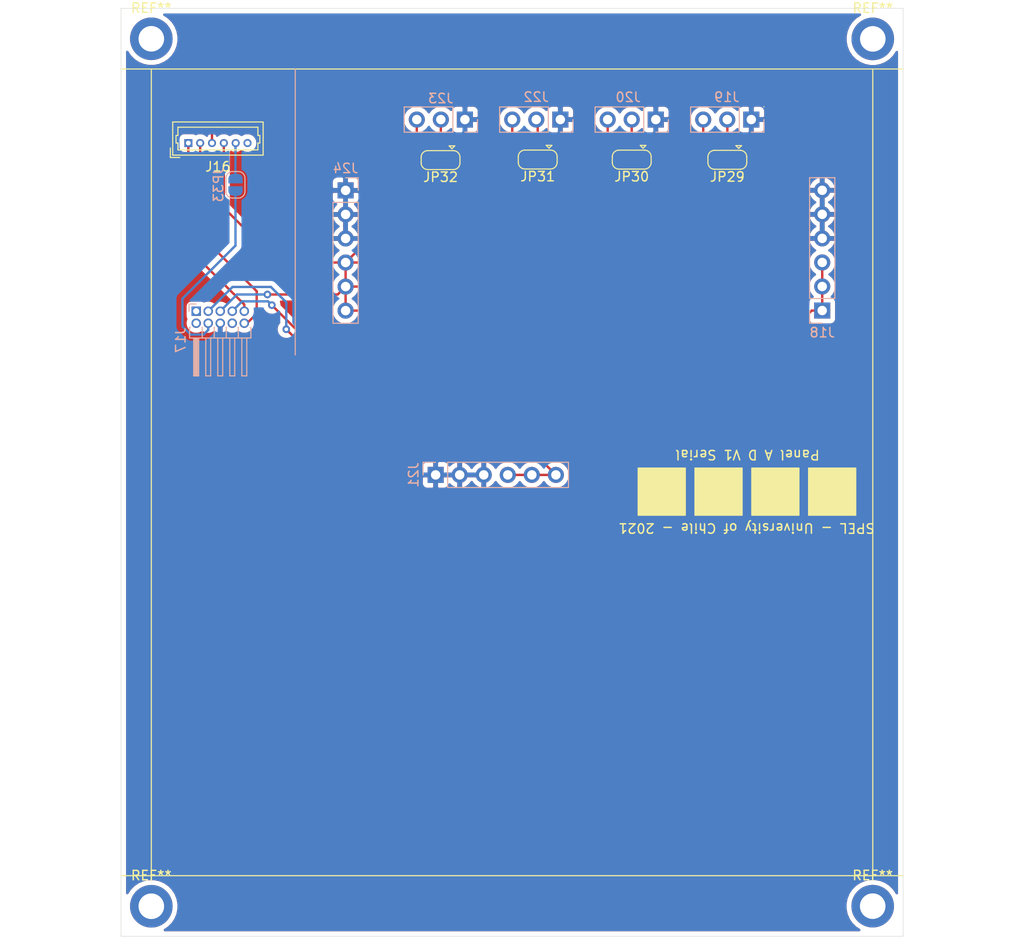
<source format=kicad_pcb>
(kicad_pcb (version 20171130) (host pcbnew "(5.1.2)-2")

  (general
    (thickness 1.6)
    (drawings 20)
    (tracks 93)
    (zones 0)
    (modules 18)
    (nets 17)
  )

  (page A2)
  (layers
    (0 F.Cu signal)
    (31 B.Cu signal)
    (32 B.Adhes user)
    (33 F.Adhes user)
    (34 B.Paste user)
    (35 F.Paste user)
    (36 B.SilkS user)
    (37 F.SilkS user)
    (38 B.Mask user)
    (39 F.Mask user)
    (40 Dwgs.User user)
    (41 Cmts.User user)
    (42 Eco1.User user)
    (43 Eco2.User user)
    (44 Edge.Cuts user)
    (45 Margin user)
    (46 B.CrtYd user)
    (47 F.CrtYd user)
    (48 B.Fab user)
    (49 F.Fab user)
  )

  (setup
    (last_trace_width 0.25)
    (trace_clearance 0.2)
    (zone_clearance 0.508)
    (zone_45_only no)
    (trace_min 0.2)
    (via_size 0.8)
    (via_drill 0.4)
    (via_min_size 0.4)
    (via_min_drill 0.3)
    (uvia_size 0.3)
    (uvia_drill 0.1)
    (uvias_allowed no)
    (uvia_min_size 0.2)
    (uvia_min_drill 0.1)
    (edge_width 0.05)
    (segment_width 0.2)
    (pcb_text_width 0.3)
    (pcb_text_size 1.5 1.5)
    (mod_edge_width 0.12)
    (mod_text_size 1 1)
    (mod_text_width 0.15)
    (pad_size 3.2 3.2)
    (pad_drill 1.8)
    (pad_to_mask_clearance 0.051)
    (solder_mask_min_width 0.25)
    (aux_axis_origin 0 0)
    (visible_elements 7FFFFFFF)
    (pcbplotparams
      (layerselection 0x010fc_ffffffff)
      (usegerberextensions false)
      (usegerberattributes false)
      (usegerberadvancedattributes false)
      (creategerberjobfile false)
      (excludeedgelayer true)
      (linewidth 0.100000)
      (plotframeref false)
      (viasonmask false)
      (mode 1)
      (useauxorigin false)
      (hpglpennumber 1)
      (hpglpenspeed 20)
      (hpglpendiameter 15.000000)
      (psnegative false)
      (psa4output false)
      (plotreference true)
      (plotvalue true)
      (plotinvisibletext false)
      (padsonsilk false)
      (subtractmaskfromsilk false)
      (outputformat 1)
      (mirror false)
      (drillshape 0)
      (scaleselection 1)
      (outputdirectory "D:/MAG+ SUCHAI 2 y 3/MAG_PC_AOA_FOD/A/Hardware/PAD/PAD/"))
  )

  (net 0 "")
  (net 1 GND)
  (net 2 "Net-(J16-Pad6)")
  (net 3 LPS_3V3)
  (net 4 LPS_5V)
  (net 5 LPS_RX)
  (net 6 LPS_TX)
  (net 7 VPOS)
  (net 8 VNEG)
  (net 9 PSN)
  (net 10 ENN)
  (net 11 PSP)
  (net 12 ENP)
  (net 13 "Net-(J17-Pad2)")
  (net 14 "Net-(J17-Pad1)")
  (net 15 "Net-(J17-Pad8)")
  (net 16 LPS_3V3J)

  (net_class Default "This is the default net class."
    (clearance 0.2)
    (trace_width 0.25)
    (via_dia 0.8)
    (via_drill 0.4)
    (uvia_dia 0.3)
    (uvia_drill 0.1)
    (add_net ENN)
    (add_net ENP)
    (add_net GND)
    (add_net LPS_3V3)
    (add_net LPS_3V3J)
    (add_net LPS_5V)
    (add_net LPS_RX)
    (add_net LPS_TX)
    (add_net "Net-(J16-Pad6)")
    (add_net "Net-(J17-Pad1)")
    (add_net "Net-(J17-Pad2)")
    (add_net "Net-(J17-Pad8)")
    (add_net PSN)
    (add_net PSP)
    (add_net VNEG)
    (add_net VPOS)
  )

  (module Mounting_Holes:MountingHole_2.7mm_M2.5_ISO14580_Pad (layer F.Cu) (tedit 56D1B4CB) (tstamp 611F217C)
    (at 115.4 144.22)
    (descr "Mounting Hole 2.7mm, M2.5, ISO14580")
    (tags "mounting hole 2.7mm m2.5 iso14580")
    (attr virtual)
    (fp_text reference REF** (at 0 -3.25) (layer F.SilkS)
      (effects (font (size 1 1) (thickness 0.15)))
    )
    (fp_text value MountingHole_2.7mm_M2.5_ISO14580_Pad (at 0 3.25) (layer F.Fab)
      (effects (font (size 1 1) (thickness 0.15)))
    )
    (fp_text user %R (at 0.3 0) (layer F.Fab)
      (effects (font (size 1 1) (thickness 0.15)))
    )
    (fp_circle (center 0 0) (end 2.25 0) (layer Cmts.User) (width 0.15))
    (fp_circle (center 0 0) (end 2.5 0) (layer F.CrtYd) (width 0.05))
    (pad 1 thru_hole circle (at 0 0) (size 4.5 4.5) (drill 2.7) (layers *.Cu *.Mask))
  )

  (module Mounting_Holes:MountingHole_2.7mm_M2.5_ISO14580_Pad (layer F.Cu) (tedit 56D1B4CB) (tstamp 611F2175)
    (at 115.39 235.82)
    (descr "Mounting Hole 2.7mm, M2.5, ISO14580")
    (tags "mounting hole 2.7mm m2.5 iso14580")
    (attr virtual)
    (fp_text reference REF** (at 0 -3.25) (layer F.SilkS)
      (effects (font (size 1 1) (thickness 0.15)))
    )
    (fp_text value MountingHole_2.7mm_M2.5_ISO14580_Pad (at 0 3.25) (layer F.Fab)
      (effects (font (size 1 1) (thickness 0.15)))
    )
    (fp_text user %R (at 0.3 0) (layer F.Fab)
      (effects (font (size 1 1) (thickness 0.15)))
    )
    (fp_circle (center 0 0) (end 2.25 0) (layer Cmts.User) (width 0.15))
    (fp_circle (center 0 0) (end 2.5 0) (layer F.CrtYd) (width 0.05))
    (pad 1 thru_hole circle (at 0 0) (size 4.5 4.5) (drill 2.7) (layers *.Cu *.Mask))
  )

  (module Mounting_Holes:MountingHole_2.7mm_M2.5_ISO14580_Pad (layer F.Cu) (tedit 56D1B4CB) (tstamp 611F216E)
    (at 39.2 144.21)
    (descr "Mounting Hole 2.7mm, M2.5, ISO14580")
    (tags "mounting hole 2.7mm m2.5 iso14580")
    (attr virtual)
    (fp_text reference REF** (at 0 -3.25) (layer F.SilkS)
      (effects (font (size 1 1) (thickness 0.15)))
    )
    (fp_text value MountingHole_2.7mm_M2.5_ISO14580_Pad (at 0 3.25) (layer F.Fab)
      (effects (font (size 1 1) (thickness 0.15)))
    )
    (fp_circle (center 0 0) (end 2.5 0) (layer F.CrtYd) (width 0.05))
    (fp_circle (center 0 0) (end 2.25 0) (layer Cmts.User) (width 0.15))
    (fp_text user %R (at 0.3 0) (layer F.Fab)
      (effects (font (size 1 1) (thickness 0.15)))
    )
    (pad 1 thru_hole circle (at 0 0) (size 4.5 4.5) (drill 2.7) (layers *.Cu *.Mask))
  )

  (module Mounting_Holes:MountingHole_2.7mm_M2.5_ISO14580_Pad (layer F.Cu) (tedit 56D1B4CB) (tstamp 611F2167)
    (at 39.2 235.83)
    (descr "Mounting Hole 2.7mm, M2.5, ISO14580")
    (tags "mounting hole 2.7mm m2.5 iso14580")
    (attr virtual)
    (fp_text reference REF** (at 0 -3.25) (layer F.SilkS)
      (effects (font (size 1 1) (thickness 0.15)))
    )
    (fp_text value MountingHole_2.7mm_M2.5_ISO14580_Pad (at 0 3.25) (layer F.Fab)
      (effects (font (size 1 1) (thickness 0.15)))
    )
    (fp_text user %R (at 0.3 0) (layer F.Fab)
      (effects (font (size 1 1) (thickness 0.15)))
    )
    (fp_circle (center 0 0) (end 2.25 0) (layer Cmts.User) (width 0.15))
    (fp_circle (center 0 0) (end 2.5 0) (layer F.CrtYd) (width 0.05))
    (pad 1 thru_hole circle (at 0 0) (size 4.5 4.5) (drill 2.7) (layers *.Cu *.Mask))
  )

  (module Connectors_Molex:Molex_PicoBlade_53047-0610_06x1.25mm_Straight (layer F.Cu) (tedit 58A3B615) (tstamp 611FE276)
    (at 43.11 155.22)
    (descr "Molex PicoBlade, single row, top entry type, through hole, PN:53047-0610")
    (tags "connector molex picoblade")
    (path /612008B4/61200CE7)
    (fp_text reference J16 (at 3.125 2.5) (layer F.SilkS)
      (effects (font (size 1 1) (thickness 0.15)))
    )
    (fp_text value Conn_01x06_Male (at 3.125 -3.25) (layer F.Fab)
      (effects (font (size 1 1) (thickness 0.15)))
    )
    (fp_text user %R (at 3.125 -1.25) (layer F.Fab)
      (effects (font (size 1 1) (thickness 0.15)))
    )
    (fp_line (start -1.9 1.525) (end -0.9 1.525) (layer F.SilkS) (width 0.12))
    (fp_line (start -1.9 1.525) (end -1.9 0.525) (layer F.SilkS) (width 0.12))
    (fp_line (start 7.35 -1.675) (end 3.125 -1.675) (layer F.SilkS) (width 0.12))
    (fp_line (start 7.35 -0.8) (end 7.35 -1.675) (layer F.SilkS) (width 0.12))
    (fp_line (start 7.55 -0.8) (end 7.35 -0.8) (layer F.SilkS) (width 0.12))
    (fp_line (start 7.55 0) (end 7.55 -0.8) (layer F.SilkS) (width 0.12))
    (fp_line (start 7.35 0) (end 7.55 0) (layer F.SilkS) (width 0.12))
    (fp_line (start 7.35 0.725) (end 7.35 0) (layer F.SilkS) (width 0.12))
    (fp_line (start 3.125 0.725) (end 7.35 0.725) (layer F.SilkS) (width 0.12))
    (fp_line (start -1.1 -1.675) (end 3.125 -1.675) (layer F.SilkS) (width 0.12))
    (fp_line (start -1.1 -0.8) (end -1.1 -1.675) (layer F.SilkS) (width 0.12))
    (fp_line (start -1.3 -0.8) (end -1.1 -0.8) (layer F.SilkS) (width 0.12))
    (fp_line (start -1.3 0) (end -1.3 -0.8) (layer F.SilkS) (width 0.12))
    (fp_line (start -1.1 0) (end -1.3 0) (layer F.SilkS) (width 0.12))
    (fp_line (start -1.1 0.725) (end -1.1 0) (layer F.SilkS) (width 0.12))
    (fp_line (start 3.125 0.725) (end -1.1 0.725) (layer F.SilkS) (width 0.12))
    (fp_line (start 7.9 -2.225) (end -1.65 -2.225) (layer F.SilkS) (width 0.12))
    (fp_line (start 7.9 1.275) (end 7.9 -2.225) (layer F.SilkS) (width 0.12))
    (fp_line (start -1.65 1.275) (end 7.9 1.275) (layer F.SilkS) (width 0.12))
    (fp_line (start -1.65 -2.225) (end -1.65 1.275) (layer F.SilkS) (width 0.12))
    (fp_line (start 7.75 -2.075) (end -1.5 -2.075) (layer F.Fab) (width 0.1))
    (fp_line (start 7.75 1.125) (end 7.75 -2.075) (layer F.Fab) (width 0.1))
    (fp_line (start -1.5 1.125) (end 7.75 1.125) (layer F.Fab) (width 0.1))
    (fp_line (start -1.5 -2.075) (end -1.5 1.125) (layer F.Fab) (width 0.1))
    (fp_line (start 8.25 -2.55) (end -2 -2.55) (layer F.CrtYd) (width 0.05))
    (fp_line (start 8.25 1.6) (end 8.25 -2.55) (layer F.CrtYd) (width 0.05))
    (fp_line (start -2 1.6) (end 8.25 1.6) (layer F.CrtYd) (width 0.05))
    (fp_line (start -2 -2.55) (end -2 1.6) (layer F.CrtYd) (width 0.05))
    (pad 6 thru_hole circle (at 6.25 0) (size 0.85 0.85) (drill 0.5) (layers *.Cu *.Mask)
      (net 2 "Net-(J16-Pad6)"))
    (pad 5 thru_hole circle (at 5 0) (size 0.85 0.85) (drill 0.5) (layers *.Cu *.Mask)
      (net 3 LPS_3V3))
    (pad 4 thru_hole circle (at 3.75 0) (size 0.85 0.85) (drill 0.5) (layers *.Cu *.Mask)
      (net 4 LPS_5V))
    (pad 3 thru_hole circle (at 2.5 0) (size 0.85 0.85) (drill 0.5) (layers *.Cu *.Mask)
      (net 1 GND))
    (pad 2 thru_hole circle (at 1.25 0) (size 0.85 0.85) (drill 0.5) (layers *.Cu *.Mask)
      (net 6 LPS_TX))
    (pad 1 thru_hole rect (at 0 0) (size 0.85 0.85) (drill 0.5) (layers *.Cu *.Mask)
      (net 5 LPS_RX))
    (model ${KISYS3DMOD}/Connectors_Molex.3dshapes/Molex_PicoBlade_53047-0610_06x1.25mm_Straight.wrl
      (at (xyz 0 0 0))
      (scale (xyz 1 1 1))
      (rotate (xyz 0 0 0))
    )
    (model ${KISYS3DMOD}/Connector_Molex.3dshapes/530470610.stp
      (offset (xyz 3 1 3))
      (scale (xyz 1 1 1))
      (rotate (xyz -95 0 -180))
    )
  )

  (module Pin_Headers:Pin_Header_Angled_2x05_Pitch1.27mm (layer B.Cu) (tedit 59650536) (tstamp 611FDBA1)
    (at 43.94 172.98 270)
    (descr "Through hole angled pin header, 2x05, 1.27mm pitch, 4.0mm pin length, double rows")
    (tags "Through hole angled pin header THT 2x05 1.27mm double row")
    (path /612008B4/611FDC0C)
    (fp_text reference J17 (at 3.0675 1.635 90) (layer B.SilkS)
      (effects (font (size 1 1) (thickness 0.15)) (justify mirror))
    )
    (fp_text value Conn_02x05_Counter_Clockwise (at 3.0675 -6.715 90) (layer B.Fab)
      (effects (font (size 1 1) (thickness 0.15)) (justify mirror))
    )
    (fp_text user %R (at 2.27 -2.54 180) (layer B.Fab)
      (effects (font (size 0.6 0.6) (thickness 0.09)) (justify mirror))
    )
    (fp_line (start 7.3 1.15) (end -1.15 1.15) (layer B.CrtYd) (width 0.05))
    (fp_line (start 7.3 -6.25) (end 7.3 1.15) (layer B.CrtYd) (width 0.05))
    (fp_line (start -1.15 -6.25) (end 7.3 -6.25) (layer B.CrtYd) (width 0.05))
    (fp_line (start -1.15 1.15) (end -1.15 -6.25) (layer B.CrtYd) (width 0.05))
    (fp_line (start -0.76 0.76) (end 0 0.76) (layer B.SilkS) (width 0.12))
    (fp_line (start -0.76 0) (end -0.76 0.76) (layer B.SilkS) (width 0.12))
    (fp_line (start 6.83 -5.34) (end 2.83 -5.34) (layer B.SilkS) (width 0.12))
    (fp_line (start 6.83 -4.82) (end 6.83 -5.34) (layer B.SilkS) (width 0.12))
    (fp_line (start 2.83 -4.82) (end 6.83 -4.82) (layer B.SilkS) (width 0.12))
    (fp_line (start 1.71 -4.429677) (end 1.71 -4.460323) (layer B.SilkS) (width 0.12))
    (fp_line (start 1.71 -4.445) (end 2.83 -4.445) (layer B.SilkS) (width 0.12))
    (fp_line (start 6.83 -4.07) (end 2.83 -4.07) (layer B.SilkS) (width 0.12))
    (fp_line (start 6.83 -3.55) (end 6.83 -4.07) (layer B.SilkS) (width 0.12))
    (fp_line (start 2.83 -3.55) (end 6.83 -3.55) (layer B.SilkS) (width 0.12))
    (fp_line (start 1.71 -3.159677) (end 1.71 -3.190323) (layer B.SilkS) (width 0.12))
    (fp_line (start 1.71 -3.175) (end 2.83 -3.175) (layer B.SilkS) (width 0.12))
    (fp_line (start 6.83 -2.8) (end 2.83 -2.8) (layer B.SilkS) (width 0.12))
    (fp_line (start 6.83 -2.28) (end 6.83 -2.8) (layer B.SilkS) (width 0.12))
    (fp_line (start 2.83 -2.28) (end 6.83 -2.28) (layer B.SilkS) (width 0.12))
    (fp_line (start 1.71 -1.889677) (end 1.71 -1.920323) (layer B.SilkS) (width 0.12))
    (fp_line (start 1.71 -1.905) (end 2.83 -1.905) (layer B.SilkS) (width 0.12))
    (fp_line (start 6.83 -1.53) (end 2.83 -1.53) (layer B.SilkS) (width 0.12))
    (fp_line (start 6.83 -1.01) (end 6.83 -1.53) (layer B.SilkS) (width 0.12))
    (fp_line (start 2.83 -1.01) (end 6.83 -1.01) (layer B.SilkS) (width 0.12))
    (fp_line (start 1.71 -0.619677) (end 1.71 -0.650323) (layer B.SilkS) (width 0.12))
    (fp_line (start 1.71 -0.635) (end 2.83 -0.635) (layer B.SilkS) (width 0.12))
    (fp_line (start 2.83 -0.16) (end 6.83 -0.16) (layer B.SilkS) (width 0.12))
    (fp_line (start 2.83 -0.04) (end 6.83 -0.04) (layer B.SilkS) (width 0.12))
    (fp_line (start 2.83 0.08) (end 6.83 0.08) (layer B.SilkS) (width 0.12))
    (fp_line (start 2.83 0.2) (end 6.83 0.2) (layer B.SilkS) (width 0.12))
    (fp_line (start 6.83 -0.26) (end 2.83 -0.26) (layer B.SilkS) (width 0.12))
    (fp_line (start 6.83 0.26) (end 6.83 -0.26) (layer B.SilkS) (width 0.12))
    (fp_line (start 2.83 0.26) (end 6.83 0.26) (layer B.SilkS) (width 0.12))
    (fp_line (start 1.71 -5.775) (end 1.71 -5.699677) (layer B.SilkS) (width 0.12))
    (fp_line (start 2.83 -5.775) (end 1.71 -5.775) (layer B.SilkS) (width 0.12))
    (fp_line (start 2.83 0.695) (end 2.83 -5.775) (layer B.SilkS) (width 0.12))
    (fp_line (start 1.71 0.695) (end 2.83 0.695) (layer B.SilkS) (width 0.12))
    (fp_line (start 1.71 0.619677) (end 1.71 0.695) (layer B.SilkS) (width 0.12))
    (fp_line (start 2.77 -5.28) (end 6.77 -5.28) (layer B.Fab) (width 0.1))
    (fp_line (start 6.77 -4.88) (end 6.77 -5.28) (layer B.Fab) (width 0.1))
    (fp_line (start 2.77 -4.88) (end 6.77 -4.88) (layer B.Fab) (width 0.1))
    (fp_line (start -0.2 -5.28) (end 1.77 -5.28) (layer B.Fab) (width 0.1))
    (fp_line (start -0.2 -4.88) (end -0.2 -5.28) (layer B.Fab) (width 0.1))
    (fp_line (start -0.2 -4.88) (end 1.77 -4.88) (layer B.Fab) (width 0.1))
    (fp_line (start 2.77 -4.01) (end 6.77 -4.01) (layer B.Fab) (width 0.1))
    (fp_line (start 6.77 -3.61) (end 6.77 -4.01) (layer B.Fab) (width 0.1))
    (fp_line (start 2.77 -3.61) (end 6.77 -3.61) (layer B.Fab) (width 0.1))
    (fp_line (start -0.2 -4.01) (end 1.77 -4.01) (layer B.Fab) (width 0.1))
    (fp_line (start -0.2 -3.61) (end -0.2 -4.01) (layer B.Fab) (width 0.1))
    (fp_line (start -0.2 -3.61) (end 1.77 -3.61) (layer B.Fab) (width 0.1))
    (fp_line (start 2.77 -2.74) (end 6.77 -2.74) (layer B.Fab) (width 0.1))
    (fp_line (start 6.77 -2.34) (end 6.77 -2.74) (layer B.Fab) (width 0.1))
    (fp_line (start 2.77 -2.34) (end 6.77 -2.34) (layer B.Fab) (width 0.1))
    (fp_line (start -0.2 -2.74) (end 1.77 -2.74) (layer B.Fab) (width 0.1))
    (fp_line (start -0.2 -2.34) (end -0.2 -2.74) (layer B.Fab) (width 0.1))
    (fp_line (start -0.2 -2.34) (end 1.77 -2.34) (layer B.Fab) (width 0.1))
    (fp_line (start 2.77 -1.47) (end 6.77 -1.47) (layer B.Fab) (width 0.1))
    (fp_line (start 6.77 -1.07) (end 6.77 -1.47) (layer B.Fab) (width 0.1))
    (fp_line (start 2.77 -1.07) (end 6.77 -1.07) (layer B.Fab) (width 0.1))
    (fp_line (start -0.2 -1.47) (end 1.77 -1.47) (layer B.Fab) (width 0.1))
    (fp_line (start -0.2 -1.07) (end -0.2 -1.47) (layer B.Fab) (width 0.1))
    (fp_line (start -0.2 -1.07) (end 1.77 -1.07) (layer B.Fab) (width 0.1))
    (fp_line (start 2.77 -0.2) (end 6.77 -0.2) (layer B.Fab) (width 0.1))
    (fp_line (start 6.77 0.2) (end 6.77 -0.2) (layer B.Fab) (width 0.1))
    (fp_line (start 2.77 0.2) (end 6.77 0.2) (layer B.Fab) (width 0.1))
    (fp_line (start -0.2 -0.2) (end 1.77 -0.2) (layer B.Fab) (width 0.1))
    (fp_line (start -0.2 0.2) (end -0.2 -0.2) (layer B.Fab) (width 0.1))
    (fp_line (start -0.2 0.2) (end 1.77 0.2) (layer B.Fab) (width 0.1))
    (fp_line (start 1.77 0.385) (end 2.02 0.635) (layer B.Fab) (width 0.1))
    (fp_line (start 1.77 -5.715) (end 1.77 0.385) (layer B.Fab) (width 0.1))
    (fp_line (start 2.77 -5.715) (end 1.77 -5.715) (layer B.Fab) (width 0.1))
    (fp_line (start 2.77 0.635) (end 2.77 -5.715) (layer B.Fab) (width 0.1))
    (fp_line (start 2.02 0.635) (end 2.77 0.635) (layer B.Fab) (width 0.1))
    (pad 10 thru_hole oval (at 1.27 -5.08 270) (size 1 1) (drill 0.65) (layers *.Cu *.Mask)
      (net 6 LPS_TX))
    (pad 9 thru_hole oval (at 0 -5.08 270) (size 1 1) (drill 0.65) (layers *.Cu *.Mask)
      (net 5 LPS_RX))
    (pad 8 thru_hole oval (at 1.27 -3.81 270) (size 1 1) (drill 0.65) (layers *.Cu *.Mask)
      (net 15 "Net-(J17-Pad8)"))
    (pad 7 thru_hole oval (at 0 -3.81 270) (size 1 1) (drill 0.65) (layers *.Cu *.Mask)
      (net 8 VNEG))
    (pad 6 thru_hole oval (at 1.27 -2.54 270) (size 1 1) (drill 0.65) (layers *.Cu *.Mask)
      (net 1 GND))
    (pad 5 thru_hole oval (at 0 -2.54 270) (size 1 1) (drill 0.65) (layers *.Cu *.Mask)
      (net 4 LPS_5V))
    (pad 4 thru_hole oval (at 1.27 -1.27 270) (size 1 1) (drill 0.65) (layers *.Cu *.Mask)
      (net 16 LPS_3V3J))
    (pad 3 thru_hole oval (at 0 -1.27 270) (size 1 1) (drill 0.65) (layers *.Cu *.Mask)
      (net 7 VPOS))
    (pad 2 thru_hole oval (at 1.27 0 270) (size 1 1) (drill 0.65) (layers *.Cu *.Mask)
      (net 13 "Net-(J17-Pad2)"))
    (pad 1 thru_hole rect (at 0 0 270) (size 1 1) (drill 0.65) (layers *.Cu *.Mask)
      (net 14 "Net-(J17-Pad1)"))
    (model ${KISYS3DMOD}/Pin_Headers.3dshapes/Pin_Header_Angled_2x05_Pitch1.27mm.wrl
      (at (xyz 0 0 0))
      (scale (xyz 1 1 1))
      (rotate (xyz 0 0 0))
    )
    (model "D:/MAG+ SUCHAI 2 y 3/Downloads/PARTserver22021082322185532628920d0b6156e/FTSH-105-01-F-D-RA-K.stp"
      (offset (xyz 2.5 -2.5 2.5))
      (scale (xyz 1 1 1))
      (rotate (xyz -180 0 -90))
    )
  )

  (module Pin_Headers:Pin_Header_Straight_1x06_Pitch2.54mm (layer B.Cu) (tedit 59650532) (tstamp 611FDBBB)
    (at 110.06 172.91)
    (descr "Through hole straight pin header, 1x06, 2.54mm pitch, single row")
    (tags "Through hole pin header THT 1x06 2.54mm single row")
    (path /612008B4/61202352)
    (fp_text reference J18 (at 0 2.33) (layer B.SilkS)
      (effects (font (size 1 1) (thickness 0.15)) (justify mirror))
    )
    (fp_text value Conn_01x06_Male (at 0 -15.03) (layer B.Fab)
      (effects (font (size 1 1) (thickness 0.15)) (justify mirror))
    )
    (fp_line (start -0.635 1.27) (end 1.27 1.27) (layer B.Fab) (width 0.1))
    (fp_line (start 1.27 1.27) (end 1.27 -13.97) (layer B.Fab) (width 0.1))
    (fp_line (start 1.27 -13.97) (end -1.27 -13.97) (layer B.Fab) (width 0.1))
    (fp_line (start -1.27 -13.97) (end -1.27 0.635) (layer B.Fab) (width 0.1))
    (fp_line (start -1.27 0.635) (end -0.635 1.27) (layer B.Fab) (width 0.1))
    (fp_line (start -1.33 -14.03) (end 1.33 -14.03) (layer B.SilkS) (width 0.12))
    (fp_line (start -1.33 -1.27) (end -1.33 -14.03) (layer B.SilkS) (width 0.12))
    (fp_line (start 1.33 -1.27) (end 1.33 -14.03) (layer B.SilkS) (width 0.12))
    (fp_line (start -1.33 -1.27) (end 1.33 -1.27) (layer B.SilkS) (width 0.12))
    (fp_line (start -1.33 0) (end -1.33 1.33) (layer B.SilkS) (width 0.12))
    (fp_line (start -1.33 1.33) (end 0 1.33) (layer B.SilkS) (width 0.12))
    (fp_line (start -1.8 1.8) (end -1.8 -14.5) (layer B.CrtYd) (width 0.05))
    (fp_line (start -1.8 -14.5) (end 1.8 -14.5) (layer B.CrtYd) (width 0.05))
    (fp_line (start 1.8 -14.5) (end 1.8 1.8) (layer B.CrtYd) (width 0.05))
    (fp_line (start 1.8 1.8) (end -1.8 1.8) (layer B.CrtYd) (width 0.05))
    (fp_text user %R (at 0 -6.35 -90) (layer B.Fab)
      (effects (font (size 1 1) (thickness 0.15)) (justify mirror))
    )
    (pad 1 thru_hole rect (at 0 0) (size 1.7 1.7) (drill 1) (layers *.Cu *.Mask)
      (net 8 VNEG))
    (pad 2 thru_hole oval (at 0 -2.54) (size 1.7 1.7) (drill 1) (layers *.Cu *.Mask)
      (net 8 VNEG))
    (pad 3 thru_hole oval (at 0 -5.08) (size 1.7 1.7) (drill 1) (layers *.Cu *.Mask)
      (net 8 VNEG))
    (pad 4 thru_hole oval (at 0 -7.62) (size 1.7 1.7) (drill 1) (layers *.Cu *.Mask)
      (net 1 GND))
    (pad 5 thru_hole oval (at 0 -10.16) (size 1.7 1.7) (drill 1) (layers *.Cu *.Mask)
      (net 1 GND))
    (pad 6 thru_hole oval (at 0 -12.7) (size 1.7 1.7) (drill 1) (layers *.Cu *.Mask)
      (net 1 GND))
    (model ${KISYS3DMOD}/Pin_Headers.3dshapes/Pin_Header_Straight_1x06_Pitch2.54mm.wrl
      (at (xyz 0 0 0))
      (scale (xyz 1 1 1))
      (rotate (xyz 0 0 0))
    )
  )

  (module Pin_Headers:Pin_Header_Straight_1x03_Pitch2.54mm (layer B.Cu) (tedit 59650532) (tstamp 611FDBD2)
    (at 102.57 152.74 90)
    (descr "Through hole straight pin header, 1x03, 2.54mm pitch, single row")
    (tags "Through hole pin header THT 1x03 2.54mm single row")
    (path /612008B4/612012CD)
    (fp_text reference J19 (at 2.37 -2.59 180) (layer B.SilkS)
      (effects (font (size 1 1) (thickness 0.15)) (justify mirror))
    )
    (fp_text value Conn_01x03_Male (at 0 -7.41 90) (layer B.Fab)
      (effects (font (size 1 1) (thickness 0.15)) (justify mirror))
    )
    (fp_text user %R (at 0 -2.54 180) (layer B.Fab)
      (effects (font (size 1 1) (thickness 0.15)) (justify mirror))
    )
    (fp_line (start 1.8 1.8) (end -1.8 1.8) (layer B.CrtYd) (width 0.05))
    (fp_line (start 1.8 -6.85) (end 1.8 1.8) (layer B.CrtYd) (width 0.05))
    (fp_line (start -1.8 -6.85) (end 1.8 -6.85) (layer B.CrtYd) (width 0.05))
    (fp_line (start -1.8 1.8) (end -1.8 -6.85) (layer B.CrtYd) (width 0.05))
    (fp_line (start -1.33 1.33) (end 0 1.33) (layer B.SilkS) (width 0.12))
    (fp_line (start -1.33 0) (end -1.33 1.33) (layer B.SilkS) (width 0.12))
    (fp_line (start -1.33 -1.27) (end 1.33 -1.27) (layer B.SilkS) (width 0.12))
    (fp_line (start 1.33 -1.27) (end 1.33 -6.41) (layer B.SilkS) (width 0.12))
    (fp_line (start -1.33 -1.27) (end -1.33 -6.41) (layer B.SilkS) (width 0.12))
    (fp_line (start -1.33 -6.41) (end 1.33 -6.41) (layer B.SilkS) (width 0.12))
    (fp_line (start -1.27 0.635) (end -0.635 1.27) (layer B.Fab) (width 0.1))
    (fp_line (start -1.27 -6.35) (end -1.27 0.635) (layer B.Fab) (width 0.1))
    (fp_line (start 1.27 -6.35) (end -1.27 -6.35) (layer B.Fab) (width 0.1))
    (fp_line (start 1.27 1.27) (end 1.27 -6.35) (layer B.Fab) (width 0.1))
    (fp_line (start -0.635 1.27) (end 1.27 1.27) (layer B.Fab) (width 0.1))
    (pad 3 thru_hole oval (at 0 -5.08 90) (size 1.7 1.7) (drill 1) (layers *.Cu *.Mask)
      (net 4 LPS_5V))
    (pad 2 thru_hole oval (at 0 -2.54 90) (size 1.7 1.7) (drill 1) (layers *.Cu *.Mask)
      (net 9 PSN))
    (pad 1 thru_hole rect (at 0 0 90) (size 1.7 1.7) (drill 1) (layers *.Cu *.Mask)
      (net 1 GND))
    (model ${KISYS3DMOD}/Pin_Headers.3dshapes/Pin_Header_Straight_1x03_Pitch2.54mm.wrl
      (at (xyz 0 0 0))
      (scale (xyz 1 1 1))
      (rotate (xyz 0 0 0))
    )
  )

  (module Pin_Headers:Pin_Header_Straight_1x03_Pitch2.54mm (layer B.Cu) (tedit 59650532) (tstamp 611FF1CA)
    (at 92.48 152.74 90)
    (descr "Through hole straight pin header, 1x03, 2.54mm pitch, single row")
    (tags "Through hole pin header THT 1x03 2.54mm single row")
    (path /612008B4/612019BF)
    (fp_text reference J20 (at 2.36 -2.91 180) (layer B.SilkS)
      (effects (font (size 1 1) (thickness 0.15)) (justify mirror))
    )
    (fp_text value Conn_01x03_Male (at 0 -7.41 90) (layer B.Fab)
      (effects (font (size 1 1) (thickness 0.15)) (justify mirror))
    )
    (fp_line (start -0.635 1.27) (end 1.27 1.27) (layer B.Fab) (width 0.1))
    (fp_line (start 1.27 1.27) (end 1.27 -6.35) (layer B.Fab) (width 0.1))
    (fp_line (start 1.27 -6.35) (end -1.27 -6.35) (layer B.Fab) (width 0.1))
    (fp_line (start -1.27 -6.35) (end -1.27 0.635) (layer B.Fab) (width 0.1))
    (fp_line (start -1.27 0.635) (end -0.635 1.27) (layer B.Fab) (width 0.1))
    (fp_line (start -1.33 -6.41) (end 1.33 -6.41) (layer B.SilkS) (width 0.12))
    (fp_line (start -1.33 -1.27) (end -1.33 -6.41) (layer B.SilkS) (width 0.12))
    (fp_line (start 1.33 -1.27) (end 1.33 -6.41) (layer B.SilkS) (width 0.12))
    (fp_line (start -1.33 -1.27) (end 1.33 -1.27) (layer B.SilkS) (width 0.12))
    (fp_line (start -1.33 0) (end -1.33 1.33) (layer B.SilkS) (width 0.12))
    (fp_line (start -1.33 1.33) (end 0 1.33) (layer B.SilkS) (width 0.12))
    (fp_line (start -1.8 1.8) (end -1.8 -6.85) (layer B.CrtYd) (width 0.05))
    (fp_line (start -1.8 -6.85) (end 1.8 -6.85) (layer B.CrtYd) (width 0.05))
    (fp_line (start 1.8 -6.85) (end 1.8 1.8) (layer B.CrtYd) (width 0.05))
    (fp_line (start 1.8 1.8) (end -1.8 1.8) (layer B.CrtYd) (width 0.05))
    (fp_text user %R (at 0 -2.54 180) (layer B.Fab)
      (effects (font (size 1 1) (thickness 0.15)) (justify mirror))
    )
    (pad 1 thru_hole rect (at 0 0 90) (size 1.7 1.7) (drill 1) (layers *.Cu *.Mask)
      (net 1 GND))
    (pad 2 thru_hole oval (at 0 -2.54 90) (size 1.7 1.7) (drill 1) (layers *.Cu *.Mask)
      (net 10 ENN))
    (pad 3 thru_hole oval (at 0 -5.08 90) (size 1.7 1.7) (drill 1) (layers *.Cu *.Mask)
      (net 4 LPS_5V))
    (model ${KISYS3DMOD}/Pin_Headers.3dshapes/Pin_Header_Straight_1x03_Pitch2.54mm.wrl
      (at (xyz 0 0 0))
      (scale (xyz 1 1 1))
      (rotate (xyz 0 0 0))
    )
  )

  (module Pin_Headers:Pin_Header_Straight_1x06_Pitch2.54mm (layer B.Cu) (tedit 59650532) (tstamp 611FDC03)
    (at 69.23 190.27 270)
    (descr "Through hole straight pin header, 1x06, 2.54mm pitch, single row")
    (tags "Through hole pin header THT 1x06 2.54mm single row")
    (path /612008B4/61202D45)
    (fp_text reference J21 (at 0 2.33 90) (layer B.SilkS)
      (effects (font (size 1 1) (thickness 0.15)) (justify mirror))
    )
    (fp_text value Conn_01x06_Male (at 0 -15.03 90) (layer B.Fab)
      (effects (font (size 1 1) (thickness 0.15)) (justify mirror))
    )
    (fp_text user %R (at 0 -6.35 180) (layer B.Fab)
      (effects (font (size 1 1) (thickness 0.15)) (justify mirror))
    )
    (fp_line (start 1.8 1.8) (end -1.8 1.8) (layer B.CrtYd) (width 0.05))
    (fp_line (start 1.8 -14.5) (end 1.8 1.8) (layer B.CrtYd) (width 0.05))
    (fp_line (start -1.8 -14.5) (end 1.8 -14.5) (layer B.CrtYd) (width 0.05))
    (fp_line (start -1.8 1.8) (end -1.8 -14.5) (layer B.CrtYd) (width 0.05))
    (fp_line (start -1.33 1.33) (end 0 1.33) (layer B.SilkS) (width 0.12))
    (fp_line (start -1.33 0) (end -1.33 1.33) (layer B.SilkS) (width 0.12))
    (fp_line (start -1.33 -1.27) (end 1.33 -1.27) (layer B.SilkS) (width 0.12))
    (fp_line (start 1.33 -1.27) (end 1.33 -14.03) (layer B.SilkS) (width 0.12))
    (fp_line (start -1.33 -1.27) (end -1.33 -14.03) (layer B.SilkS) (width 0.12))
    (fp_line (start -1.33 -14.03) (end 1.33 -14.03) (layer B.SilkS) (width 0.12))
    (fp_line (start -1.27 0.635) (end -0.635 1.27) (layer B.Fab) (width 0.1))
    (fp_line (start -1.27 -13.97) (end -1.27 0.635) (layer B.Fab) (width 0.1))
    (fp_line (start 1.27 -13.97) (end -1.27 -13.97) (layer B.Fab) (width 0.1))
    (fp_line (start 1.27 1.27) (end 1.27 -13.97) (layer B.Fab) (width 0.1))
    (fp_line (start -0.635 1.27) (end 1.27 1.27) (layer B.Fab) (width 0.1))
    (pad 6 thru_hole oval (at 0 -12.7 270) (size 1.7 1.7) (drill 1) (layers *.Cu *.Mask)
      (net 7 VPOS))
    (pad 5 thru_hole oval (at 0 -10.16 270) (size 1.7 1.7) (drill 1) (layers *.Cu *.Mask)
      (net 7 VPOS))
    (pad 4 thru_hole oval (at 0 -7.62 270) (size 1.7 1.7) (drill 1) (layers *.Cu *.Mask)
      (net 7 VPOS))
    (pad 3 thru_hole oval (at 0 -5.08 270) (size 1.7 1.7) (drill 1) (layers *.Cu *.Mask)
      (net 1 GND))
    (pad 2 thru_hole oval (at 0 -2.54 270) (size 1.7 1.7) (drill 1) (layers *.Cu *.Mask)
      (net 1 GND))
    (pad 1 thru_hole rect (at 0 0 270) (size 1.7 1.7) (drill 1) (layers *.Cu *.Mask)
      (net 1 GND))
    (model ${KISYS3DMOD}/Pin_Headers.3dshapes/Pin_Header_Straight_1x06_Pitch2.54mm.wrl
      (at (xyz 0 0 0))
      (scale (xyz 1 1 1))
      (rotate (xyz 0 0 0))
    )
  )

  (module Pin_Headers:Pin_Header_Straight_1x03_Pitch2.54mm (layer B.Cu) (tedit 59650532) (tstamp 611FDC1A)
    (at 82.4 152.74 90)
    (descr "Through hole straight pin header, 1x03, 2.54mm pitch, single row")
    (tags "Through hole pin header THT 1x03 2.54mm single row")
    (path /612008B4/61201B1B)
    (fp_text reference J22 (at 2.38 -2.55 180) (layer B.SilkS)
      (effects (font (size 1 1) (thickness 0.15)) (justify mirror))
    )
    (fp_text value Conn_01x03_Male (at 0 -7.41 90) (layer B.Fab)
      (effects (font (size 1 1) (thickness 0.15)) (justify mirror))
    )
    (fp_text user %R (at 0 -2.54 180) (layer B.Fab)
      (effects (font (size 1 1) (thickness 0.15)) (justify mirror))
    )
    (fp_line (start 1.8 1.8) (end -1.8 1.8) (layer B.CrtYd) (width 0.05))
    (fp_line (start 1.8 -6.85) (end 1.8 1.8) (layer B.CrtYd) (width 0.05))
    (fp_line (start -1.8 -6.85) (end 1.8 -6.85) (layer B.CrtYd) (width 0.05))
    (fp_line (start -1.8 1.8) (end -1.8 -6.85) (layer B.CrtYd) (width 0.05))
    (fp_line (start -1.33 1.33) (end 0 1.33) (layer B.SilkS) (width 0.12))
    (fp_line (start -1.33 0) (end -1.33 1.33) (layer B.SilkS) (width 0.12))
    (fp_line (start -1.33 -1.27) (end 1.33 -1.27) (layer B.SilkS) (width 0.12))
    (fp_line (start 1.33 -1.27) (end 1.33 -6.41) (layer B.SilkS) (width 0.12))
    (fp_line (start -1.33 -1.27) (end -1.33 -6.41) (layer B.SilkS) (width 0.12))
    (fp_line (start -1.33 -6.41) (end 1.33 -6.41) (layer B.SilkS) (width 0.12))
    (fp_line (start -1.27 0.635) (end -0.635 1.27) (layer B.Fab) (width 0.1))
    (fp_line (start -1.27 -6.35) (end -1.27 0.635) (layer B.Fab) (width 0.1))
    (fp_line (start 1.27 -6.35) (end -1.27 -6.35) (layer B.Fab) (width 0.1))
    (fp_line (start 1.27 1.27) (end 1.27 -6.35) (layer B.Fab) (width 0.1))
    (fp_line (start -0.635 1.27) (end 1.27 1.27) (layer B.Fab) (width 0.1))
    (pad 3 thru_hole oval (at 0 -5.08 90) (size 1.7 1.7) (drill 1) (layers *.Cu *.Mask)
      (net 4 LPS_5V))
    (pad 2 thru_hole oval (at 0 -2.54 90) (size 1.7 1.7) (drill 1) (layers *.Cu *.Mask)
      (net 11 PSP))
    (pad 1 thru_hole rect (at 0 0 90) (size 1.7 1.7) (drill 1) (layers *.Cu *.Mask)
      (net 1 GND))
    (model ${KISYS3DMOD}/Pin_Headers.3dshapes/Pin_Header_Straight_1x03_Pitch2.54mm.wrl
      (at (xyz 0 0 0))
      (scale (xyz 1 1 1))
      (rotate (xyz 0 0 0))
    )
  )

  (module Pin_Headers:Pin_Header_Straight_1x03_Pitch2.54mm (layer B.Cu) (tedit 59650532) (tstamp 611FE8DA)
    (at 72.32 152.74 90)
    (descr "Through hole straight pin header, 1x03, 2.54mm pitch, single row")
    (tags "Through hole pin header THT 1x03 2.54mm single row")
    (path /612008B4/61201E27)
    (autoplace_cost90 1)
    (fp_text reference J23 (at 2.23 -2.55 180) (layer B.SilkS)
      (effects (font (size 1 1) (thickness 0.15)) (justify mirror))
    )
    (fp_text value Conn_01x03_Male (at 0 -7.41 90) (layer B.Fab)
      (effects (font (size 1 1) (thickness 0.15)) (justify mirror))
    )
    (fp_line (start -0.635 1.27) (end 1.27 1.27) (layer B.Fab) (width 0.1))
    (fp_line (start 1.27 1.27) (end 1.27 -6.35) (layer B.Fab) (width 0.1))
    (fp_line (start 1.27 -6.35) (end -1.27 -6.35) (layer B.Fab) (width 0.1))
    (fp_line (start -1.27 -6.35) (end -1.27 0.635) (layer B.Fab) (width 0.1))
    (fp_line (start -1.27 0.635) (end -0.635 1.27) (layer B.Fab) (width 0.1))
    (fp_line (start -1.33 -6.41) (end 1.33 -6.41) (layer B.SilkS) (width 0.12))
    (fp_line (start -1.33 -1.27) (end -1.33 -6.41) (layer B.SilkS) (width 0.12))
    (fp_line (start 1.33 -1.27) (end 1.33 -6.41) (layer B.SilkS) (width 0.12))
    (fp_line (start -1.33 -1.27) (end 1.33 -1.27) (layer B.SilkS) (width 0.12))
    (fp_line (start -1.33 0) (end -1.33 1.33) (layer B.SilkS) (width 0.12))
    (fp_line (start -1.33 1.33) (end 0 1.33) (layer B.SilkS) (width 0.12))
    (fp_line (start -1.8 1.8) (end -1.8 -6.85) (layer B.CrtYd) (width 0.05))
    (fp_line (start -1.8 -6.85) (end 1.8 -6.85) (layer B.CrtYd) (width 0.05))
    (fp_line (start 1.8 -6.85) (end 1.8 1.8) (layer B.CrtYd) (width 0.05))
    (fp_line (start 1.8 1.8) (end -1.8 1.8) (layer B.CrtYd) (width 0.05))
    (fp_text user %R (at 0 -2.54 180) (layer B.Fab)
      (effects (font (size 1 1) (thickness 0.15)) (justify mirror))
    )
    (pad 1 thru_hole rect (at 0 0 90) (size 1.7 1.7) (drill 1) (layers *.Cu *.Mask)
      (net 1 GND))
    (pad 2 thru_hole oval (at 0 -2.54 90) (size 1.7 1.7) (drill 1) (layers *.Cu *.Mask)
      (net 12 ENP))
    (pad 3 thru_hole oval (at 0 -5.08 90) (size 1.7 1.7) (drill 1) (layers *.Cu *.Mask)
      (net 4 LPS_5V))
    (model ${KISYS3DMOD}/Pin_Headers.3dshapes/Pin_Header_Straight_1x03_Pitch2.54mm.wrl
      (at (xyz 0 0 0))
      (scale (xyz 1 1 1))
      (rotate (xyz 0 0 0))
    )
  )

  (module Pin_Headers:Pin_Header_Straight_1x06_Pitch2.54mm (layer B.Cu) (tedit 59650532) (tstamp 611FDC4B)
    (at 59.72 160.22 180)
    (descr "Through hole straight pin header, 1x06, 2.54mm pitch, single row")
    (tags "Through hole pin header THT 1x06 2.54mm single row")
    (path /612008B4/612028D4)
    (fp_text reference J24 (at 0 2.33) (layer B.SilkS)
      (effects (font (size 1 1) (thickness 0.15)) (justify mirror))
    )
    (fp_text value Conn_01x06_Male (at 0 -15.03) (layer B.Fab)
      (effects (font (size 1 1) (thickness 0.15)) (justify mirror))
    )
    (fp_text user %R (at 0 -6.35 270) (layer B.Fab)
      (effects (font (size 1 1) (thickness 0.15)) (justify mirror))
    )
    (fp_line (start 1.8 1.8) (end -1.8 1.8) (layer B.CrtYd) (width 0.05))
    (fp_line (start 1.8 -14.5) (end 1.8 1.8) (layer B.CrtYd) (width 0.05))
    (fp_line (start -1.8 -14.5) (end 1.8 -14.5) (layer B.CrtYd) (width 0.05))
    (fp_line (start -1.8 1.8) (end -1.8 -14.5) (layer B.CrtYd) (width 0.05))
    (fp_line (start -1.33 1.33) (end 0 1.33) (layer B.SilkS) (width 0.12))
    (fp_line (start -1.33 0) (end -1.33 1.33) (layer B.SilkS) (width 0.12))
    (fp_line (start -1.33 -1.27) (end 1.33 -1.27) (layer B.SilkS) (width 0.12))
    (fp_line (start 1.33 -1.27) (end 1.33 -14.03) (layer B.SilkS) (width 0.12))
    (fp_line (start -1.33 -1.27) (end -1.33 -14.03) (layer B.SilkS) (width 0.12))
    (fp_line (start -1.33 -14.03) (end 1.33 -14.03) (layer B.SilkS) (width 0.12))
    (fp_line (start -1.27 0.635) (end -0.635 1.27) (layer B.Fab) (width 0.1))
    (fp_line (start -1.27 -13.97) (end -1.27 0.635) (layer B.Fab) (width 0.1))
    (fp_line (start 1.27 -13.97) (end -1.27 -13.97) (layer B.Fab) (width 0.1))
    (fp_line (start 1.27 1.27) (end 1.27 -13.97) (layer B.Fab) (width 0.1))
    (fp_line (start -0.635 1.27) (end 1.27 1.27) (layer B.Fab) (width 0.1))
    (pad 6 thru_hole oval (at 0 -12.7 180) (size 1.7 1.7) (drill 1) (layers *.Cu *.Mask)
      (net 4 LPS_5V))
    (pad 5 thru_hole oval (at 0 -10.16 180) (size 1.7 1.7) (drill 1) (layers *.Cu *.Mask)
      (net 4 LPS_5V))
    (pad 4 thru_hole oval (at 0 -7.62 180) (size 1.7 1.7) (drill 1) (layers *.Cu *.Mask)
      (net 4 LPS_5V))
    (pad 3 thru_hole oval (at 0 -5.08 180) (size 1.7 1.7) (drill 1) (layers *.Cu *.Mask)
      (net 1 GND))
    (pad 2 thru_hole oval (at 0 -2.54 180) (size 1.7 1.7) (drill 1) (layers *.Cu *.Mask)
      (net 1 GND))
    (pad 1 thru_hole rect (at 0 0 180) (size 1.7 1.7) (drill 1) (layers *.Cu *.Mask)
      (net 1 GND))
    (model ${KISYS3DMOD}/Pin_Headers.3dshapes/Pin_Header_Straight_1x06_Pitch2.54mm.wrl
      (at (xyz 0 0 0))
      (scale (xyz 1 1 1))
      (rotate (xyz 0 0 0))
    )
  )

  (module Jumper:SolderJumper-3_P1.3mm_Open_RoundedPad1.0x1.5mm (layer F.Cu) (tedit 5B391EB7) (tstamp 611FDC61)
    (at 100.04 156.99 180)
    (descr "SMD Solder 3-pad Jumper, 1x1.5mm rounded Pads, 0.3mm gap, open")
    (tags "solder jumper open")
    (path /612008B4/61205B82)
    (attr virtual)
    (fp_text reference JP29 (at 0 -1.8) (layer F.SilkS)
      (effects (font (size 1 1) (thickness 0.15)))
    )
    (fp_text value Jumper_3_Open (at 0 1.9) (layer F.Fab)
      (effects (font (size 1 1) (thickness 0.15)))
    )
    (fp_arc (start -1.35 -0.3) (end -1.35 -1) (angle -90) (layer F.SilkS) (width 0.12))
    (fp_arc (start -1.35 0.3) (end -2.05 0.3) (angle -90) (layer F.SilkS) (width 0.12))
    (fp_arc (start 1.35 0.3) (end 1.35 1) (angle -90) (layer F.SilkS) (width 0.12))
    (fp_arc (start 1.35 -0.3) (end 2.05 -0.3) (angle -90) (layer F.SilkS) (width 0.12))
    (fp_line (start 2.3 1.25) (end -2.3 1.25) (layer F.CrtYd) (width 0.05))
    (fp_line (start 2.3 1.25) (end 2.3 -1.25) (layer F.CrtYd) (width 0.05))
    (fp_line (start -2.3 -1.25) (end -2.3 1.25) (layer F.CrtYd) (width 0.05))
    (fp_line (start -2.3 -1.25) (end 2.3 -1.25) (layer F.CrtYd) (width 0.05))
    (fp_line (start -1.4 -1) (end 1.4 -1) (layer F.SilkS) (width 0.12))
    (fp_line (start 2.05 -0.3) (end 2.05 0.3) (layer F.SilkS) (width 0.12))
    (fp_line (start 1.4 1) (end -1.4 1) (layer F.SilkS) (width 0.12))
    (fp_line (start -2.05 0.3) (end -2.05 -0.3) (layer F.SilkS) (width 0.12))
    (fp_line (start -1.2 1.2) (end -1.5 1.5) (layer F.SilkS) (width 0.12))
    (fp_line (start -1.5 1.5) (end -0.9 1.5) (layer F.SilkS) (width 0.12))
    (fp_line (start -1.2 1.2) (end -0.9 1.5) (layer F.SilkS) (width 0.12))
    (pad 2 smd rect (at 0 0 180) (size 1 1.5) (layers F.Cu F.Mask)
      (net 9 PSN))
    (pad 3 smd custom (at 1.3 0 180) (size 1 0.5) (layers F.Cu F.Mask)
      (net 4 LPS_5V) (zone_connect 2)
      (options (clearance outline) (anchor rect))
      (primitives
        (gr_circle (center 0 0.25) (end 0.5 0.25) (width 0))
        (gr_circle (center 0 -0.25) (end 0.5 -0.25) (width 0))
        (gr_poly (pts
           (xy -0.55 -0.75) (xy 0 -0.75) (xy 0 0.75) (xy -0.55 0.75)) (width 0))
      ))
    (pad 1 smd custom (at -1.3 0 180) (size 1 0.5) (layers F.Cu F.Mask)
      (net 1 GND) (zone_connect 2)
      (options (clearance outline) (anchor rect))
      (primitives
        (gr_circle (center 0 0.25) (end 0.5 0.25) (width 0))
        (gr_circle (center 0 -0.25) (end 0.5 -0.25) (width 0))
        (gr_poly (pts
           (xy 0.55 -0.75) (xy 0 -0.75) (xy 0 0.75) (xy 0.55 0.75)) (width 0))
      ))
  )

  (module Jumper:SolderJumper-3_P1.3mm_Open_RoundedPad1.0x1.5mm (layer F.Cu) (tedit 5B391EB7) (tstamp 611FDC77)
    (at 89.94 156.97 180)
    (descr "SMD Solder 3-pad Jumper, 1x1.5mm rounded Pads, 0.3mm gap, open")
    (tags "solder jumper open")
    (path /612008B4/61213D1F)
    (attr virtual)
    (fp_text reference JP30 (at 0 -1.8) (layer F.SilkS)
      (effects (font (size 1 1) (thickness 0.15)))
    )
    (fp_text value Jumper_3_Open (at 0 1.9) (layer F.Fab)
      (effects (font (size 1 1) (thickness 0.15)))
    )
    (fp_line (start -1.2 1.2) (end -0.9 1.5) (layer F.SilkS) (width 0.12))
    (fp_line (start -1.5 1.5) (end -0.9 1.5) (layer F.SilkS) (width 0.12))
    (fp_line (start -1.2 1.2) (end -1.5 1.5) (layer F.SilkS) (width 0.12))
    (fp_line (start -2.05 0.3) (end -2.05 -0.3) (layer F.SilkS) (width 0.12))
    (fp_line (start 1.4 1) (end -1.4 1) (layer F.SilkS) (width 0.12))
    (fp_line (start 2.05 -0.3) (end 2.05 0.3) (layer F.SilkS) (width 0.12))
    (fp_line (start -1.4 -1) (end 1.4 -1) (layer F.SilkS) (width 0.12))
    (fp_line (start -2.3 -1.25) (end 2.3 -1.25) (layer F.CrtYd) (width 0.05))
    (fp_line (start -2.3 -1.25) (end -2.3 1.25) (layer F.CrtYd) (width 0.05))
    (fp_line (start 2.3 1.25) (end 2.3 -1.25) (layer F.CrtYd) (width 0.05))
    (fp_line (start 2.3 1.25) (end -2.3 1.25) (layer F.CrtYd) (width 0.05))
    (fp_arc (start 1.35 -0.3) (end 2.05 -0.3) (angle -90) (layer F.SilkS) (width 0.12))
    (fp_arc (start 1.35 0.3) (end 1.35 1) (angle -90) (layer F.SilkS) (width 0.12))
    (fp_arc (start -1.35 0.3) (end -2.05 0.3) (angle -90) (layer F.SilkS) (width 0.12))
    (fp_arc (start -1.35 -0.3) (end -1.35 -1) (angle -90) (layer F.SilkS) (width 0.12))
    (pad 1 smd custom (at -1.3 0 180) (size 1 0.5) (layers F.Cu F.Mask)
      (net 1 GND) (zone_connect 2)
      (options (clearance outline) (anchor rect))
      (primitives
        (gr_circle (center 0 0.25) (end 0.5 0.25) (width 0))
        (gr_circle (center 0 -0.25) (end 0.5 -0.25) (width 0))
        (gr_poly (pts
           (xy 0.55 -0.75) (xy 0 -0.75) (xy 0 0.75) (xy 0.55 0.75)) (width 0))
      ))
    (pad 3 smd custom (at 1.3 0 180) (size 1 0.5) (layers F.Cu F.Mask)
      (net 4 LPS_5V) (zone_connect 2)
      (options (clearance outline) (anchor rect))
      (primitives
        (gr_circle (center 0 0.25) (end 0.5 0.25) (width 0))
        (gr_circle (center 0 -0.25) (end 0.5 -0.25) (width 0))
        (gr_poly (pts
           (xy -0.55 -0.75) (xy 0 -0.75) (xy 0 0.75) (xy -0.55 0.75)) (width 0))
      ))
    (pad 2 smd rect (at 0 0 180) (size 1 1.5) (layers F.Cu F.Mask)
      (net 10 ENN))
  )

  (module Jumper:SolderJumper-3_P1.3mm_Open_RoundedPad1.0x1.5mm (layer F.Cu) (tedit 5B391EB7) (tstamp 611FDC8D)
    (at 80.01 156.96 180)
    (descr "SMD Solder 3-pad Jumper, 1x1.5mm rounded Pads, 0.3mm gap, open")
    (tags "solder jumper open")
    (path /612008B4/6121446B)
    (attr virtual)
    (fp_text reference JP31 (at 0 -1.8) (layer F.SilkS)
      (effects (font (size 1 1) (thickness 0.15)))
    )
    (fp_text value Jumper_3_Open (at 0 1.9) (layer F.Fab)
      (effects (font (size 1 1) (thickness 0.15)))
    )
    (fp_arc (start -1.35 -0.3) (end -1.35 -1) (angle -90) (layer F.SilkS) (width 0.12))
    (fp_arc (start -1.35 0.3) (end -2.05 0.3) (angle -90) (layer F.SilkS) (width 0.12))
    (fp_arc (start 1.35 0.3) (end 1.35 1) (angle -90) (layer F.SilkS) (width 0.12))
    (fp_arc (start 1.35 -0.3) (end 2.05 -0.3) (angle -90) (layer F.SilkS) (width 0.12))
    (fp_line (start 2.3 1.25) (end -2.3 1.25) (layer F.CrtYd) (width 0.05))
    (fp_line (start 2.3 1.25) (end 2.3 -1.25) (layer F.CrtYd) (width 0.05))
    (fp_line (start -2.3 -1.25) (end -2.3 1.25) (layer F.CrtYd) (width 0.05))
    (fp_line (start -2.3 -1.25) (end 2.3 -1.25) (layer F.CrtYd) (width 0.05))
    (fp_line (start -1.4 -1) (end 1.4 -1) (layer F.SilkS) (width 0.12))
    (fp_line (start 2.05 -0.3) (end 2.05 0.3) (layer F.SilkS) (width 0.12))
    (fp_line (start 1.4 1) (end -1.4 1) (layer F.SilkS) (width 0.12))
    (fp_line (start -2.05 0.3) (end -2.05 -0.3) (layer F.SilkS) (width 0.12))
    (fp_line (start -1.2 1.2) (end -1.5 1.5) (layer F.SilkS) (width 0.12))
    (fp_line (start -1.5 1.5) (end -0.9 1.5) (layer F.SilkS) (width 0.12))
    (fp_line (start -1.2 1.2) (end -0.9 1.5) (layer F.SilkS) (width 0.12))
    (pad 2 smd rect (at 0 0 180) (size 1 1.5) (layers F.Cu F.Mask)
      (net 11 PSP))
    (pad 3 smd custom (at 1.3 0 180) (size 1 0.5) (layers F.Cu F.Mask)
      (net 4 LPS_5V) (zone_connect 2)
      (options (clearance outline) (anchor rect))
      (primitives
        (gr_circle (center 0 0.25) (end 0.5 0.25) (width 0))
        (gr_circle (center 0 -0.25) (end 0.5 -0.25) (width 0))
        (gr_poly (pts
           (xy -0.55 -0.75) (xy 0 -0.75) (xy 0 0.75) (xy -0.55 0.75)) (width 0))
      ))
    (pad 1 smd custom (at -1.3 0 180) (size 1 0.5) (layers F.Cu F.Mask)
      (net 1 GND) (zone_connect 2)
      (options (clearance outline) (anchor rect))
      (primitives
        (gr_circle (center 0 0.25) (end 0.5 0.25) (width 0))
        (gr_circle (center 0 -0.25) (end 0.5 -0.25) (width 0))
        (gr_poly (pts
           (xy 0.55 -0.75) (xy 0 -0.75) (xy 0 0.75) (xy 0.55 0.75)) (width 0))
      ))
  )

  (module Jumper:SolderJumper-3_P1.3mm_Open_RoundedPad1.0x1.5mm (layer F.Cu) (tedit 5B391EB7) (tstamp 611FE70C)
    (at 69.75 157.02 180)
    (descr "SMD Solder 3-pad Jumper, 1x1.5mm rounded Pads, 0.3mm gap, open")
    (tags "solder jumper open")
    (path /612008B4/612147D7)
    (attr virtual)
    (fp_text reference JP32 (at 0 -1.8) (layer F.SilkS)
      (effects (font (size 1 1) (thickness 0.15)))
    )
    (fp_text value Jumper_3_Open (at 0 1.9) (layer F.Fab)
      (effects (font (size 1 1) (thickness 0.15)))
    )
    (fp_line (start -1.2 1.2) (end -0.9 1.5) (layer F.SilkS) (width 0.12))
    (fp_line (start -1.5 1.5) (end -0.9 1.5) (layer F.SilkS) (width 0.12))
    (fp_line (start -1.2 1.2) (end -1.5 1.5) (layer F.SilkS) (width 0.12))
    (fp_line (start -2.05 0.3) (end -2.05 -0.3) (layer F.SilkS) (width 0.12))
    (fp_line (start 1.4 1) (end -1.4 1) (layer F.SilkS) (width 0.12))
    (fp_line (start 2.05 -0.3) (end 2.05 0.3) (layer F.SilkS) (width 0.12))
    (fp_line (start -1.4 -1) (end 1.4 -1) (layer F.SilkS) (width 0.12))
    (fp_line (start -2.3 -1.25) (end 2.3 -1.25) (layer F.CrtYd) (width 0.05))
    (fp_line (start -2.3 -1.25) (end -2.3 1.25) (layer F.CrtYd) (width 0.05))
    (fp_line (start 2.3 1.25) (end 2.3 -1.25) (layer F.CrtYd) (width 0.05))
    (fp_line (start 2.3 1.25) (end -2.3 1.25) (layer F.CrtYd) (width 0.05))
    (fp_arc (start 1.35 -0.3) (end 2.05 -0.3) (angle -90) (layer F.SilkS) (width 0.12))
    (fp_arc (start 1.35 0.3) (end 1.35 1) (angle -90) (layer F.SilkS) (width 0.12))
    (fp_arc (start -1.35 0.3) (end -2.05 0.3) (angle -90) (layer F.SilkS) (width 0.12))
    (fp_arc (start -1.35 -0.3) (end -1.35 -1) (angle -90) (layer F.SilkS) (width 0.12))
    (pad 1 smd custom (at -1.3 0 180) (size 1 0.5) (layers F.Cu F.Mask)
      (net 1 GND) (zone_connect 2)
      (options (clearance outline) (anchor rect))
      (primitives
        (gr_circle (center 0 0.25) (end 0.5 0.25) (width 0))
        (gr_circle (center 0 -0.25) (end 0.5 -0.25) (width 0))
        (gr_poly (pts
           (xy 0.55 -0.75) (xy 0 -0.75) (xy 0 0.75) (xy 0.55 0.75)) (width 0))
      ))
    (pad 3 smd custom (at 1.3 0 180) (size 1 0.5) (layers F.Cu F.Mask)
      (net 4 LPS_5V) (zone_connect 2)
      (options (clearance outline) (anchor rect))
      (primitives
        (gr_circle (center 0 0.25) (end 0.5 0.25) (width 0))
        (gr_circle (center 0 -0.25) (end 0.5 -0.25) (width 0))
        (gr_poly (pts
           (xy -0.55 -0.75) (xy 0 -0.75) (xy 0 0.75) (xy -0.55 0.75)) (width 0))
      ))
    (pad 2 smd rect (at 0 0 180) (size 1 1.5) (layers F.Cu F.Mask)
      (net 12 ENP))
  )

  (module Jumper:SolderJumper-2_P1.3mm_Open_RoundedPad1.0x1.5mm (layer B.Cu) (tedit 5B391E66) (tstamp 6121C373)
    (at 48.09 159.63 270)
    (descr "SMD Solder Jumper, 1x1.5mm, rounded Pads, 0.3mm gap, open")
    (tags "solder jumper open")
    (path /612008B4/61259EBE)
    (attr virtual)
    (fp_text reference JP33 (at 0 1.8 270) (layer B.SilkS)
      (effects (font (size 1 1) (thickness 0.15)) (justify mirror))
    )
    (fp_text value Jumper_2_Open (at 0 -1.9 270) (layer B.Fab)
      (effects (font (size 1 1) (thickness 0.15)) (justify mirror))
    )
    (fp_arc (start 0.7 0.3) (end 1.4 0.3) (angle 90) (layer B.SilkS) (width 0.12))
    (fp_arc (start 0.7 -0.3) (end 0.7 -1) (angle 90) (layer B.SilkS) (width 0.12))
    (fp_arc (start -0.7 -0.3) (end -1.4 -0.3) (angle 90) (layer B.SilkS) (width 0.12))
    (fp_arc (start -0.7 0.3) (end -0.7 1) (angle 90) (layer B.SilkS) (width 0.12))
    (fp_line (start -1.4 -0.3) (end -1.4 0.3) (layer B.SilkS) (width 0.12))
    (fp_line (start 0.7 -1) (end -0.7 -1) (layer B.SilkS) (width 0.12))
    (fp_line (start 1.4 0.3) (end 1.4 -0.3) (layer B.SilkS) (width 0.12))
    (fp_line (start -0.7 1) (end 0.7 1) (layer B.SilkS) (width 0.12))
    (fp_line (start -1.65 1.25) (end 1.65 1.25) (layer B.CrtYd) (width 0.05))
    (fp_line (start -1.65 1.25) (end -1.65 -1.25) (layer B.CrtYd) (width 0.05))
    (fp_line (start 1.65 -1.25) (end 1.65 1.25) (layer B.CrtYd) (width 0.05))
    (fp_line (start 1.65 -1.25) (end -1.65 -1.25) (layer B.CrtYd) (width 0.05))
    (pad 1 smd custom (at -0.65 0 270) (size 1 0.5) (layers B.Cu B.Mask)
      (net 3 LPS_3V3) (zone_connect 2)
      (options (clearance outline) (anchor rect))
      (primitives
        (gr_circle (center 0 -0.25) (end 0.5 -0.25) (width 0))
        (gr_circle (center 0 0.25) (end 0.5 0.25) (width 0))
        (gr_poly (pts
           (xy 0 0.75) (xy 0.5 0.75) (xy 0.5 -0.75) (xy 0 -0.75)) (width 0))
      ))
    (pad 2 smd custom (at 0.65 0 270) (size 1 0.5) (layers B.Cu B.Mask)
      (net 16 LPS_3V3J) (zone_connect 2)
      (options (clearance outline) (anchor rect))
      (primitives
        (gr_circle (center 0 -0.25) (end 0.5 -0.25) (width 0))
        (gr_circle (center 0 0.25) (end 0.5 0.25) (width 0))
        (gr_poly (pts
           (xy 0 0.75) (xy -0.5 0.75) (xy -0.5 -0.75) (xy 0 -0.75)) (width 0))
      ))
  )

  (gr_poly (pts (xy 102.61 194.54) (xy 102.61 189.54) (xy 107.61 189.54) (xy 107.61 194.54)) (layer F.SilkS) (width 0.1) (tstamp 612053BE))
  (gr_poly (pts (xy 96.61 194.54) (xy 96.61 189.54) (xy 101.61 189.54) (xy 101.61 194.54)) (layer F.SilkS) (width 0.1) (tstamp 612053BD))
  (gr_poly (pts (xy 108.61 194.54) (xy 108.61 189.54) (xy 113.61 189.54) (xy 113.61 194.54)) (layer F.SilkS) (width 0.1) (tstamp 612053BC))
  (gr_poly (pts (xy 90.61 194.54) (xy 90.61 189.54) (xy 95.61 189.54) (xy 95.61 194.54)) (layer F.SilkS) (width 0.1) (tstamp 612053BB))
  (gr_text "SPEL - University of Chile - 2021" (at 102.06 195.89 180) (layer F.SilkS) (tstamp 612053BA)
    (effects (font (size 1 1) (thickness 0.15)))
  )
  (gr_text "Panel A D V1 Serial" (at 102.16 188.14 180) (layer F.SilkS) (tstamp 612053B9)
    (effects (font (size 1 1) (thickness 0.15)))
  )
  (gr_line (start 103.9 151.39) (end 103.9 151.4) (layer F.SilkS) (width 0.12))
  (gr_line (start 54.4 147.4) (end 54.4 177.6) (layer B.SilkS) (width 0.12))
  (gr_line (start 115.4 147.4) (end 115.4 232.6) (layer F.SilkS) (width 0.12))
  (gr_line (start 39.2 232.6) (end 39.2 147.4) (layer F.SilkS) (width 0.12))
  (gr_line (start 118.6 147.4) (end 36 147.4) (layer F.SilkS) (width 0.12))
  (gr_line (start 36 232.6) (end 118.6 232.6) (layer F.SilkS) (width 0.12))
  (gr_circle (center 115.4 235.8) (end 116.65 235.8) (layer F.SilkS) (width 0.12))
  (gr_circle (center 39.2 235.8) (end 40.45 235.8) (layer F.SilkS) (width 0.12))
  (gr_circle (center 115.4 144.2) (end 116.65 144.2) (layer F.SilkS) (width 0.12))
  (gr_circle (center 39.2 144.2) (end 40.45 144.2) (layer F.SilkS) (width 0.12))
  (gr_line (start 36 239) (end 36 141) (layer Edge.Cuts) (width 0.05) (tstamp 611C1AD5))
  (gr_line (start 118.6 239) (end 36 239) (layer Edge.Cuts) (width 0.05))
  (gr_line (start 118.6 141) (end 118.6 239) (layer Edge.Cuts) (width 0.05))
  (gr_line (start 36 141) (end 118.6 141) (layer Edge.Cuts) (width 0.05))

  (segment (start 102.57 155.76) (end 102.57 152.74) (width 0.25) (layer F.Cu) (net 1))
  (segment (start 101.34 156.99) (end 102.57 155.76) (width 0.25) (layer F.Cu) (net 1))
  (segment (start 92.48 155.73) (end 92.48 152.74) (width 0.25) (layer F.Cu) (net 1))
  (segment (start 91.24 156.97) (end 92.48 155.73) (width 0.25) (layer F.Cu) (net 1))
  (segment (start 82.4 155.87) (end 81.31 156.96) (width 0.25) (layer F.Cu) (net 1))
  (segment (start 82.4 152.74) (end 82.4 155.87) (width 0.25) (layer F.Cu) (net 1))
  (segment (start 72.32 155.75) (end 71.05 157.02) (width 0.25) (layer F.Cu) (net 1))
  (segment (start 72.32 152.74) (end 72.32 155.75) (width 0.25) (layer F.Cu) (net 1))
  (segment (start 45.61 155.22) (end 45.61 153.81) (width 0.25) (layer F.Cu) (net 1))
  (segment (start 45.61 153.81) (end 47.07 152.35) (width 0.25) (layer F.Cu) (net 1))
  (segment (start 47.07 152.35) (end 55 152.35) (width 0.25) (layer F.Cu) (net 1))
  (segment (start 59.72 157.07) (end 59.72 160.22) (width 0.25) (layer F.Cu) (net 1))
  (segment (start 55 152.35) (end 59.72 157.07) (width 0.25) (layer F.Cu) (net 1))
  (segment (start 48.09 155.24) (end 48.11 155.22) (width 0.25) (layer B.Cu) (net 3))
  (segment (start 48.09 158.98) (end 48.09 155.24) (width 0.25) (layer B.Cu) (net 3))
  (segment (start 97.49 155.74) (end 97.49 152.74) (width 0.25) (layer F.Cu) (net 4))
  (segment (start 98.74 156.99) (end 97.49 155.74) (width 0.25) (layer F.Cu) (net 4))
  (segment (start 87.4 155.73) (end 88.64 156.97) (width 0.25) (layer F.Cu) (net 4))
  (segment (start 87.4 152.74) (end 87.4 155.73) (width 0.25) (layer F.Cu) (net 4))
  (segment (start 77.32 155.57) (end 78.71 156.96) (width 0.25) (layer F.Cu) (net 4))
  (segment (start 77.32 152.74) (end 77.32 155.57) (width 0.25) (layer F.Cu) (net 4))
  (segment (start 67.24 155.81) (end 68.45 157.02) (width 0.25) (layer F.Cu) (net 4))
  (segment (start 67.24 152.74) (end 67.24 155.81) (width 0.25) (layer F.Cu) (net 4))
  (segment (start 75.45 160.22) (end 78.71 156.96) (width 0.25) (layer F.Cu) (net 4))
  (segment (start 59.72 171.717919) (end 59.72 170.38) (width 0.25) (layer F.Cu) (net 4))
  (segment (start 59.72 172.92) (end 59.72 171.717919) (width 0.25) (layer F.Cu) (net 4))
  (segment (start 59.72 170.38) (end 59.72 167.84) (width 0.25) (layer F.Cu) (net 4))
  (segment (start 68.45 159.11) (end 68.45 157.02) (width 0.25) (layer F.Cu) (net 4))
  (segment (start 59.72 167.84) (end 68.45 159.11) (width 0.25) (layer F.Cu) (net 4))
  (segment (start 75.23 170.38) (end 59.72 170.38) (width 0.25) (layer F.Cu) (net 4))
  (segment (start 88.64 156.97) (end 75.23 170.38) (width 0.25) (layer F.Cu) (net 4))
  (segment (start 82.81 172.92) (end 59.72 172.92) (width 0.25) (layer F.Cu) (net 4))
  (segment (start 98.74 156.99) (end 82.81 172.92) (width 0.25) (layer F.Cu) (net 4))
  (segment (start 78.185226 157.484774) (end 78.71 156.96) (width 0.25) (layer F.Cu) (net 4))
  (segment (start 59.72 167.84) (end 67.83 167.84) (width 0.25) (layer F.Cu) (net 4))
  (segment (start 67.83 167.84) (end 78.185226 157.484774) (width 0.25) (layer F.Cu) (net 4))
  (segment (start 46.86 155.22) (end 46.86 162.06) (width 0.25) (layer F.Cu) (net 4))
  (segment (start 52.64 167.84) (end 59.72 167.84) (width 0.25) (layer F.Cu) (net 4))
  (segment (start 46.86 162.06) (end 52.64 167.84) (width 0.25) (layer F.Cu) (net 4))
  (via (at 51.462328 171.215001) (size 0.8) (drill 0.4) (layers F.Cu B.Cu) (net 4))
  (segment (start 46.48 172.98) (end 48.244999 171.215001) (width 0.25) (layer B.Cu) (net 4))
  (segment (start 48.244999 171.215001) (end 51.462328 171.215001) (width 0.25) (layer B.Cu) (net 4))
  (segment (start 58.884999 171.215001) (end 59.72 170.38) (width 0.25) (layer F.Cu) (net 4))
  (segment (start 51.462328 171.215001) (end 58.884999 171.215001) (width 0.25) (layer F.Cu) (net 4))
  (segment (start 43.11 155.895) (end 43.11 155.22) (width 0.25) (layer F.Cu) (net 5))
  (segment (start 43.11 166.362894) (end 43.11 155.895) (width 0.25) (layer F.Cu) (net 5))
  (segment (start 49.02 172.272894) (end 43.11 166.362894) (width 0.25) (layer F.Cu) (net 5))
  (segment (start 49.02 172.98) (end 49.02 172.272894) (width 0.25) (layer F.Cu) (net 5))
  (segment (start 44.36 164.9) (end 44.36 155.22) (width 0.25) (layer F.Cu) (net 6))
  (segment (start 50.33 170.87) (end 44.36 164.9) (width 0.25) (layer F.Cu) (net 6))
  (segment (start 50.33 173.23) (end 50.33 170.87) (width 0.25) (layer F.Cu) (net 6))
  (segment (start 49.02 174.25) (end 49.31 174.25) (width 0.25) (layer F.Cu) (net 6))
  (segment (start 49.31 174.25) (end 50.33 173.23) (width 0.25) (layer F.Cu) (net 6))
  (segment (start 78.052081 190.27) (end 79.39 190.27) (width 0.25) (layer F.Cu) (net 7))
  (segment (start 76.85 190.27) (end 78.052081 190.27) (width 0.25) (layer F.Cu) (net 7))
  (segment (start 79.39 190.27) (end 81.93 190.27) (width 0.25) (layer F.Cu) (net 7))
  (segment (start 68.11 176.45) (end 55.01468 176.45) (width 0.25) (layer F.Cu) (net 7))
  (segment (start 81.93 190.27) (end 68.11 176.45) (width 0.25) (layer F.Cu) (net 7))
  (segment (start 53.852389 175.287709) (end 53.45239 174.88771) (width 0.25) (layer F.Cu) (net 7))
  (via (at 53.45239 174.88771) (size 0.8) (drill 0.4) (layers F.Cu B.Cu) (net 7))
  (segment (start 53.45239 174.322025) (end 53.45239 174.88771) (width 0.25) (layer B.Cu) (net 7))
  (segment (start 55.01468 176.45) (end 53.852389 175.287709) (width 0.25) (layer F.Cu) (net 7))
  (segment (start 53.45239 172.04239) (end 53.45239 174.322025) (width 0.25) (layer B.Cu) (net 7))
  (segment (start 51.83 170.42) (end 53.45239 172.04239) (width 0.25) (layer B.Cu) (net 7))
  (segment (start 47.77 170.42) (end 51.83 170.42) (width 0.25) (layer B.Cu) (net 7))
  (segment (start 45.21 172.98) (end 47.77 170.42) (width 0.25) (layer B.Cu) (net 7))
  (segment (start 110.06 171.81) (end 110.06 170.37) (width 0.25) (layer F.Cu) (net 8))
  (segment (start 110.06 172.91) (end 110.06 171.81) (width 0.25) (layer F.Cu) (net 8))
  (segment (start 110.06 169.167919) (end 110.06 167.83) (width 0.25) (layer F.Cu) (net 8))
  (segment (start 110.06 170.37) (end 110.06 169.167919) (width 0.25) (layer F.Cu) (net 8))
  (via (at 51.93 172.34) (size 0.8) (drill 0.4) (layers F.Cu B.Cu) (net 8))
  (segment (start 51.530001 171.940001) (end 51.93 172.34) (width 0.25) (layer B.Cu) (net 8))
  (segment (start 47.75 172.98) (end 48.789999 171.940001) (width 0.25) (layer B.Cu) (net 8))
  (segment (start 48.789999 171.940001) (end 51.530001 171.940001) (width 0.25) (layer B.Cu) (net 8))
  (segment (start 55.1 175.51) (end 51.93 172.34) (width 0.25) (layer F.Cu) (net 8))
  (segment (start 106.36 175.51) (end 55.1 175.51) (width 0.25) (layer F.Cu) (net 8))
  (segment (start 108.96 172.91) (end 106.36 175.51) (width 0.25) (layer F.Cu) (net 8))
  (segment (start 110.06 172.91) (end 108.96 172.91) (width 0.25) (layer F.Cu) (net 8))
  (segment (start 100.04 152.75) (end 100.03 152.74) (width 0.25) (layer F.Cu) (net 9))
  (segment (start 100.04 156.99) (end 100.04 152.75) (width 0.25) (layer F.Cu) (net 9))
  (segment (start 89.94 155.97) (end 89.94 152.74) (width 0.25) (layer F.Cu) (net 10))
  (segment (start 89.94 156.97) (end 89.94 155.97) (width 0.25) (layer F.Cu) (net 10))
  (segment (start 80.01 152.89) (end 79.86 152.74) (width 0.25) (layer F.Cu) (net 11))
  (segment (start 80.01 156.96) (end 80.01 152.89) (width 0.25) (layer F.Cu) (net 11))
  (segment (start 69.78 156.99) (end 69.75 157.02) (width 0.25) (layer F.Cu) (net 12))
  (segment (start 69.78 152.74) (end 69.78 156.99) (width 0.25) (layer F.Cu) (net 12))
  (segment (start 45.21 174.957106) (end 44.717106 175.45) (width 0.25) (layer B.Cu) (net 16))
  (segment (start 45.21 174.25) (end 45.21 174.957106) (width 0.25) (layer B.Cu) (net 16))
  (segment (start 44.717106 175.45) (end 43.36 175.45) (width 0.25) (layer B.Cu) (net 16))
  (segment (start 43.36 175.45) (end 42.49 174.58) (width 0.25) (layer B.Cu) (net 16))
  (segment (start 42.49 174.58) (end 42.49 171.65) (width 0.25) (layer B.Cu) (net 16))
  (segment (start 48.09 166.05) (end 48.09 160.28) (width 0.25) (layer B.Cu) (net 16))
  (segment (start 42.49 171.65) (end 48.09 166.05) (width 0.25) (layer B.Cu) (net 16))

  (zone (net 1) (net_name GND) (layer F.Cu) (tstamp 613A1B88) (hatch edge 0.508)
    (connect_pads (clearance 0.508))
    (min_thickness 0.254)
    (fill yes (arc_segments 32) (thermal_gap 0.508) (thermal_bridge_width 0.508))
    (polygon
      (pts
        (xy 35.97 239.03) (xy 35.97 140.97) (xy 118.63 140.97) (xy 118.63 239.03) (xy 118.63 239.04)
      )
    )
    (filled_polygon
      (pts
        (xy 114.03344 141.663346) (xy 113.56092 141.979074) (xy 113.159074 142.38092) (xy 112.843346 142.85344) (xy 112.625869 143.378477)
        (xy 112.515 143.935852) (xy 112.515 144.504148) (xy 112.625869 145.061523) (xy 112.843346 145.58656) (xy 113.159074 146.05908)
        (xy 113.56092 146.460926) (xy 114.03344 146.776654) (xy 114.558477 146.994131) (xy 115.115852 147.105) (xy 115.684148 147.105)
        (xy 116.241523 146.994131) (xy 116.76656 146.776654) (xy 117.23908 146.460926) (xy 117.640926 146.05908) (xy 117.94 145.611484)
        (xy 117.940001 234.443483) (xy 117.630926 233.98092) (xy 117.22908 233.579074) (xy 116.75656 233.263346) (xy 116.231523 233.045869)
        (xy 115.674148 232.935) (xy 115.105852 232.935) (xy 114.548477 233.045869) (xy 114.02344 233.263346) (xy 113.55092 233.579074)
        (xy 113.149074 233.98092) (xy 112.833346 234.45344) (xy 112.615869 234.978477) (xy 112.505 235.535852) (xy 112.505 236.104148)
        (xy 112.615869 236.661523) (xy 112.833346 237.18656) (xy 113.149074 237.65908) (xy 113.55092 238.060926) (xy 113.968583 238.34)
        (xy 40.636383 238.34) (xy 41.03908 238.070926) (xy 41.440926 237.66908) (xy 41.756654 237.19656) (xy 41.974131 236.671523)
        (xy 42.085 236.114148) (xy 42.085 235.545852) (xy 41.974131 234.988477) (xy 41.756654 234.46344) (xy 41.440926 233.99092)
        (xy 41.03908 233.589074) (xy 40.56656 233.273346) (xy 40.041523 233.055869) (xy 39.484148 232.945) (xy 38.915852 232.945)
        (xy 38.358477 233.055869) (xy 37.83344 233.273346) (xy 37.36092 233.589074) (xy 36.959074 233.99092) (xy 36.66 234.438516)
        (xy 36.66 191.12) (xy 67.741928 191.12) (xy 67.754188 191.244482) (xy 67.790498 191.36418) (xy 67.849463 191.474494)
        (xy 67.928815 191.571185) (xy 68.025506 191.650537) (xy 68.13582 191.709502) (xy 68.255518 191.745812) (xy 68.38 191.758072)
        (xy 68.94425 191.755) (xy 69.103 191.59625) (xy 69.103 190.397) (xy 69.357 190.397) (xy 69.357 191.59625)
        (xy 69.51575 191.755) (xy 70.08 191.758072) (xy 70.204482 191.745812) (xy 70.32418 191.709502) (xy 70.434494 191.650537)
        (xy 70.531185 191.571185) (xy 70.610537 191.474494) (xy 70.669502 191.36418) (xy 70.693966 191.283534) (xy 70.769731 191.367588)
        (xy 71.00308 191.541641) (xy 71.265901 191.666825) (xy 71.41311 191.711476) (xy 71.643 191.590155) (xy 71.643 190.397)
        (xy 71.897 190.397) (xy 71.897 191.590155) (xy 72.12689 191.711476) (xy 72.274099 191.666825) (xy 72.53692 191.541641)
        (xy 72.770269 191.367588) (xy 72.965178 191.151355) (xy 73.04 191.025745) (xy 73.114822 191.151355) (xy 73.309731 191.367588)
        (xy 73.54308 191.541641) (xy 73.805901 191.666825) (xy 73.95311 191.711476) (xy 74.183 191.590155) (xy 74.183 190.397)
        (xy 71.897 190.397) (xy 71.643 190.397) (xy 69.357 190.397) (xy 69.103 190.397) (xy 67.90375 190.397)
        (xy 67.745 190.55575) (xy 67.741928 191.12) (xy 36.66 191.12) (xy 36.66 189.42) (xy 67.741928 189.42)
        (xy 67.745 189.98425) (xy 67.90375 190.143) (xy 69.103 190.143) (xy 69.103 188.94375) (xy 69.357 188.94375)
        (xy 69.357 190.143) (xy 71.643 190.143) (xy 71.643 188.949845) (xy 71.897 188.949845) (xy 71.897 190.143)
        (xy 74.183 190.143) (xy 74.183 188.949845) (xy 73.95311 188.828524) (xy 73.805901 188.873175) (xy 73.54308 188.998359)
        (xy 73.309731 189.172412) (xy 73.114822 189.388645) (xy 73.04 189.514255) (xy 72.965178 189.388645) (xy 72.770269 189.172412)
        (xy 72.53692 188.998359) (xy 72.274099 188.873175) (xy 72.12689 188.828524) (xy 71.897 188.949845) (xy 71.643 188.949845)
        (xy 71.41311 188.828524) (xy 71.265901 188.873175) (xy 71.00308 188.998359) (xy 70.769731 189.172412) (xy 70.693966 189.256466)
        (xy 70.669502 189.17582) (xy 70.610537 189.065506) (xy 70.531185 188.968815) (xy 70.434494 188.889463) (xy 70.32418 188.830498)
        (xy 70.204482 188.794188) (xy 70.08 188.781928) (xy 69.51575 188.785) (xy 69.357 188.94375) (xy 69.103 188.94375)
        (xy 68.94425 188.785) (xy 68.38 188.781928) (xy 68.255518 188.794188) (xy 68.13582 188.830498) (xy 68.025506 188.889463)
        (xy 67.928815 188.968815) (xy 67.849463 189.065506) (xy 67.790498 189.17582) (xy 67.754188 189.295518) (xy 67.741928 189.42)
        (xy 36.66 189.42) (xy 36.66 154.795) (xy 42.046928 154.795) (xy 42.046928 155.645) (xy 42.059188 155.769482)
        (xy 42.095498 155.88918) (xy 42.154463 155.999494) (xy 42.233815 156.096185) (xy 42.330506 156.175537) (xy 42.350001 156.185957)
        (xy 42.35 166.325572) (xy 42.346324 166.362894) (xy 42.35 166.400216) (xy 42.35 166.400226) (xy 42.360997 166.511879)
        (xy 42.387514 166.599294) (xy 42.404454 166.65514) (xy 42.475026 166.78717) (xy 42.514871 166.83572) (xy 42.569999 166.902895)
        (xy 42.599003 166.926698) (xy 47.533169 171.860865) (xy 47.527501 171.861423) (xy 47.313553 171.926324) (xy 47.116377 172.031716)
        (xy 47.115 172.032846) (xy 47.113623 172.031716) (xy 46.916447 171.926324) (xy 46.702499 171.861423) (xy 46.535752 171.845)
        (xy 46.424248 171.845) (xy 46.257501 171.861423) (xy 46.043553 171.926324) (xy 45.846377 172.031716) (xy 45.845 172.032846)
        (xy 45.843623 172.031716) (xy 45.646447 171.926324) (xy 45.432499 171.861423) (xy 45.265752 171.845) (xy 45.154248 171.845)
        (xy 44.987501 171.861423) (xy 44.773553 171.926324) (xy 44.762379 171.932297) (xy 44.68418 171.890498) (xy 44.564482 171.854188)
        (xy 44.44 171.841928) (xy 43.44 171.841928) (xy 43.315518 171.854188) (xy 43.19582 171.890498) (xy 43.085506 171.949463)
        (xy 42.988815 172.028815) (xy 42.909463 172.125506) (xy 42.850498 172.23582) (xy 42.814188 172.355518) (xy 42.801928 172.48)
        (xy 42.801928 173.48) (xy 42.814188 173.604482) (xy 42.850498 173.72418) (xy 42.892297 173.802379) (xy 42.886324 173.813553)
        (xy 42.821423 174.027501) (xy 42.799509 174.25) (xy 42.821423 174.472499) (xy 42.886324 174.686447) (xy 42.991716 174.883623)
        (xy 43.133551 175.056449) (xy 43.306377 175.198284) (xy 43.503553 175.303676) (xy 43.717501 175.368577) (xy 43.884248 175.385)
        (xy 43.995752 175.385) (xy 44.162499 175.368577) (xy 44.376447 175.303676) (xy 44.573623 175.198284) (xy 44.575 175.197154)
        (xy 44.576377 175.198284) (xy 44.773553 175.303676) (xy 44.987501 175.368577) (xy 45.154248 175.385) (xy 45.265752 175.385)
        (xy 45.432499 175.368577) (xy 45.646447 175.303676) (xy 45.843623 175.198284) (xy 45.853383 175.190274) (xy 45.919794 175.237123)
        (xy 46.123136 175.327446) (xy 46.178126 175.344119) (xy 46.353 175.217954) (xy 46.353 174.377) (xy 46.337983 174.377)
        (xy 46.350491 174.25) (xy 46.337983 174.123) (xy 46.353 174.123) (xy 46.353 174.107983) (xy 46.424248 174.115)
        (xy 46.535752 174.115) (xy 46.607 174.107983) (xy 46.607 174.123) (xy 46.622017 174.123) (xy 46.609509 174.25)
        (xy 46.622017 174.377) (xy 46.607 174.377) (xy 46.607 175.217954) (xy 46.781874 175.344119) (xy 46.836864 175.327446)
        (xy 47.040206 175.237123) (xy 47.106617 175.190274) (xy 47.116377 175.198284) (xy 47.313553 175.303676) (xy 47.527501 175.368577)
        (xy 47.694248 175.385) (xy 47.805752 175.385) (xy 47.972499 175.368577) (xy 48.186447 175.303676) (xy 48.383623 175.198284)
        (xy 48.385 175.197154) (xy 48.386377 175.198284) (xy 48.583553 175.303676) (xy 48.797501 175.368577) (xy 48.964248 175.385)
        (xy 49.075752 175.385) (xy 49.242499 175.368577) (xy 49.456447 175.303676) (xy 49.653623 175.198284) (xy 49.826449 175.056449)
        (xy 49.968284 174.883623) (xy 50.073676 174.686447) (xy 50.128246 174.506555) (xy 50.841004 173.793798) (xy 50.870001 173.770001)
        (xy 50.964974 173.654276) (xy 51.035546 173.522247) (xy 51.079003 173.378986) (xy 51.09 173.267333) (xy 51.09 173.267323)
        (xy 51.093676 173.23) (xy 51.09 173.192677) (xy 51.09 172.945802) (xy 51.126063 172.999774) (xy 51.270226 173.143937)
        (xy 51.439744 173.257205) (xy 51.628102 173.335226) (xy 51.828061 173.375) (xy 51.890199 173.375) (xy 52.695794 174.180595)
        (xy 52.648453 174.227936) (xy 52.535185 174.397454) (xy 52.457164 174.585812) (xy 52.41739 174.785771) (xy 52.41739 174.989649)
        (xy 52.457164 175.189608) (xy 52.535185 175.377966) (xy 52.648453 175.547484) (xy 52.792616 175.691647) (xy 52.962134 175.804915)
        (xy 53.150492 175.882936) (xy 53.350451 175.92271) (xy 53.412589 175.92271) (xy 54.45088 176.961002) (xy 54.474679 176.990001)
        (xy 54.590404 177.084974) (xy 54.722433 177.155546) (xy 54.865694 177.199003) (xy 54.977347 177.21) (xy 54.977355 177.21)
        (xy 55.01468 177.213676) (xy 55.052005 177.21) (xy 67.795199 177.21) (xy 79.370197 188.785) (xy 79.31705 188.785)
        (xy 79.098889 188.806487) (xy 78.818966 188.891401) (xy 78.560986 189.029294) (xy 78.334866 189.214866) (xy 78.149294 189.440986)
        (xy 78.12 189.495791) (xy 78.090706 189.440986) (xy 77.905134 189.214866) (xy 77.679014 189.029294) (xy 77.421034 188.891401)
        (xy 77.141111 188.806487) (xy 76.92295 188.785) (xy 76.77705 188.785) (xy 76.558889 188.806487) (xy 76.278966 188.891401)
        (xy 76.020986 189.029294) (xy 75.794866 189.214866) (xy 75.609294 189.440986) (xy 75.574799 189.505523) (xy 75.505178 189.388645)
        (xy 75.310269 189.172412) (xy 75.07692 188.998359) (xy 74.814099 188.873175) (xy 74.66689 188.828524) (xy 74.437 188.949845)
        (xy 74.437 190.143) (xy 74.457 190.143) (xy 74.457 190.397) (xy 74.437 190.397) (xy 74.437 191.590155)
        (xy 74.66689 191.711476) (xy 74.814099 191.666825) (xy 75.07692 191.541641) (xy 75.310269 191.367588) (xy 75.505178 191.151355)
        (xy 75.574799 191.034477) (xy 75.609294 191.099014) (xy 75.794866 191.325134) (xy 76.020986 191.510706) (xy 76.278966 191.648599)
        (xy 76.558889 191.733513) (xy 76.77705 191.755) (xy 76.92295 191.755) (xy 77.141111 191.733513) (xy 77.421034 191.648599)
        (xy 77.679014 191.510706) (xy 77.905134 191.325134) (xy 78.090706 191.099014) (xy 78.12 191.044209) (xy 78.149294 191.099014)
        (xy 78.334866 191.325134) (xy 78.560986 191.510706) (xy 78.818966 191.648599) (xy 79.098889 191.733513) (xy 79.31705 191.755)
        (xy 79.46295 191.755) (xy 79.681111 191.733513) (xy 79.961034 191.648599) (xy 80.219014 191.510706) (xy 80.445134 191.325134)
        (xy 80.630706 191.099014) (xy 80.66 191.044209) (xy 80.689294 191.099014) (xy 80.874866 191.325134) (xy 81.100986 191.510706)
        (xy 81.358966 191.648599) (xy 81.638889 191.733513) (xy 81.85705 191.755) (xy 82.00295 191.755) (xy 82.221111 191.733513)
        (xy 82.501034 191.648599) (xy 82.759014 191.510706) (xy 82.985134 191.325134) (xy 83.170706 191.099014) (xy 83.308599 190.841034)
        (xy 83.393513 190.561111) (xy 83.422185 190.27) (xy 83.393513 189.978889) (xy 83.308599 189.698966) (xy 83.170706 189.440986)
        (xy 82.985134 189.214866) (xy 82.759014 189.029294) (xy 82.501034 188.891401) (xy 82.221111 188.806487) (xy 82.00295 188.785)
        (xy 81.85705 188.785) (xy 81.638889 188.806487) (xy 81.564006 188.829203) (xy 69.004801 176.27) (xy 106.322678 176.27)
        (xy 106.36 176.273676) (xy 106.397322 176.27) (xy 106.397333 176.27) (xy 106.508986 176.259003) (xy 106.652247 176.215546)
        (xy 106.784276 176.144974) (xy 106.900001 176.050001) (xy 106.923804 176.020997) (xy 108.747457 174.197345) (xy 108.758815 174.211185)
        (xy 108.855506 174.290537) (xy 108.96582 174.349502) (xy 109.085518 174.385812) (xy 109.21 174.398072) (xy 110.91 174.398072)
        (xy 111.034482 174.385812) (xy 111.15418 174.349502) (xy 111.264494 174.290537) (xy 111.361185 174.211185) (xy 111.440537 174.114494)
        (xy 111.499502 174.00418) (xy 111.535812 173.884482) (xy 111.548072 173.76) (xy 111.548072 172.06) (xy 111.535812 171.935518)
        (xy 111.499502 171.81582) (xy 111.440537 171.705506) (xy 111.361185 171.608815) (xy 111.264494 171.529463) (xy 111.15418 171.470498)
        (xy 111.085313 171.449607) (xy 111.115134 171.425134) (xy 111.300706 171.199014) (xy 111.438599 170.941034) (xy 111.523513 170.661111)
        (xy 111.552185 170.37) (xy 111.523513 170.078889) (xy 111.438599 169.798966) (xy 111.300706 169.540986) (xy 111.115134 169.314866)
        (xy 110.889014 169.129294) (xy 110.834209 169.1) (xy 110.889014 169.070706) (xy 111.115134 168.885134) (xy 111.300706 168.659014)
        (xy 111.438599 168.401034) (xy 111.523513 168.121111) (xy 111.552185 167.83) (xy 111.523513 167.538889) (xy 111.438599 167.258966)
        (xy 111.300706 167.000986) (xy 111.115134 166.774866) (xy 110.889014 166.589294) (xy 110.824477 166.554799) (xy 110.941355 166.485178)
        (xy 111.157588 166.290269) (xy 111.331641 166.05692) (xy 111.456825 165.794099) (xy 111.501476 165.64689) (xy 111.380155 165.417)
        (xy 110.187 165.417) (xy 110.187 165.437) (xy 109.933 165.437) (xy 109.933 165.417) (xy 108.739845 165.417)
        (xy 108.618524 165.64689) (xy 108.663175 165.794099) (xy 108.788359 166.05692) (xy 108.962412 166.290269) (xy 109.178645 166.485178)
        (xy 109.295523 166.554799) (xy 109.230986 166.589294) (xy 109.004866 166.774866) (xy 108.819294 167.000986) (xy 108.681401 167.258966)
        (xy 108.596487 167.538889) (xy 108.567815 167.83) (xy 108.596487 168.121111) (xy 108.681401 168.401034) (xy 108.819294 168.659014)
        (xy 109.004866 168.885134) (xy 109.230986 169.070706) (xy 109.285791 169.1) (xy 109.230986 169.129294) (xy 109.004866 169.314866)
        (xy 108.819294 169.540986) (xy 108.681401 169.798966) (xy 108.596487 170.078889) (xy 108.567815 170.37) (xy 108.596487 170.661111)
        (xy 108.681401 170.941034) (xy 108.819294 171.199014) (xy 109.004866 171.425134) (xy 109.034687 171.449607) (xy 108.96582 171.470498)
        (xy 108.855506 171.529463) (xy 108.758815 171.608815) (xy 108.679463 171.705506) (xy 108.620498 171.81582) (xy 108.584188 171.935518)
        (xy 108.571928 172.06) (xy 108.571928 172.255674) (xy 108.535724 172.275026) (xy 108.419999 172.369999) (xy 108.396201 172.398997)
        (xy 106.045199 174.75) (xy 55.414802 174.75) (xy 52.965 172.300199) (xy 52.965 172.238061) (xy 52.925226 172.038102)
        (xy 52.899089 171.975001) (xy 58.57448 171.975001) (xy 58.479294 172.090986) (xy 58.341401 172.348966) (xy 58.256487 172.628889)
        (xy 58.227815 172.92) (xy 58.256487 173.211111) (xy 58.341401 173.491034) (xy 58.479294 173.749014) (xy 58.664866 173.975134)
        (xy 58.890986 174.160706) (xy 59.148966 174.298599) (xy 59.428889 174.383513) (xy 59.64705 174.405) (xy 59.79295 174.405)
        (xy 60.011111 174.383513) (xy 60.291034 174.298599) (xy 60.549014 174.160706) (xy 60.775134 173.975134) (xy 60.960706 173.749014)
        (xy 60.997595 173.68) (xy 82.772678 173.68) (xy 82.81 173.683676) (xy 82.847322 173.68) (xy 82.847333 173.68)
        (xy 82.958986 173.669003) (xy 83.102247 173.625546) (xy 83.234276 173.554974) (xy 83.350001 173.460001) (xy 83.373804 173.430997)
        (xy 93.697911 163.10689) (xy 108.618524 163.10689) (xy 108.663175 163.254099) (xy 108.788359 163.51692) (xy 108.962412 163.750269)
        (xy 109.178645 163.945178) (xy 109.304255 164.02) (xy 109.178645 164.094822) (xy 108.962412 164.289731) (xy 108.788359 164.52308)
        (xy 108.663175 164.785901) (xy 108.618524 164.93311) (xy 108.739845 165.163) (xy 109.933 165.163) (xy 109.933 162.877)
        (xy 110.187 162.877) (xy 110.187 165.163) (xy 111.380155 165.163) (xy 111.501476 164.93311) (xy 111.456825 164.785901)
        (xy 111.331641 164.52308) (xy 111.157588 164.289731) (xy 110.941355 164.094822) (xy 110.815745 164.02) (xy 110.941355 163.945178)
        (xy 111.157588 163.750269) (xy 111.331641 163.51692) (xy 111.456825 163.254099) (xy 111.501476 163.10689) (xy 111.380155 162.877)
        (xy 110.187 162.877) (xy 109.933 162.877) (xy 108.739845 162.877) (xy 108.618524 163.10689) (xy 93.697911 163.10689)
        (xy 96.237911 160.56689) (xy 108.618524 160.56689) (xy 108.663175 160.714099) (xy 108.788359 160.97692) (xy 108.962412 161.210269)
        (xy 109.178645 161.405178) (xy 109.304255 161.48) (xy 109.178645 161.554822) (xy 108.962412 161.749731) (xy 108.788359 161.98308)
        (xy 108.663175 162.245901) (xy 108.618524 162.39311) (xy 108.739845 162.623) (xy 109.933 162.623) (xy 109.933 160.337)
        (xy 110.187 160.337) (xy 110.187 162.623) (xy 111.380155 162.623) (xy 111.501476 162.39311) (xy 111.456825 162.245901)
        (xy 111.331641 161.98308) (xy 111.157588 161.749731) (xy 110.941355 161.554822) (xy 110.815745 161.48) (xy 110.941355 161.405178)
        (xy 111.157588 161.210269) (xy 111.331641 160.97692) (xy 111.456825 160.714099) (xy 111.501476 160.56689) (xy 111.380155 160.337)
        (xy 110.187 160.337) (xy 109.933 160.337) (xy 108.739845 160.337) (xy 108.618524 160.56689) (xy 96.237911 160.56689)
        (xy 96.951691 159.85311) (xy 108.618524 159.85311) (xy 108.739845 160.083) (xy 109.933 160.083) (xy 109.933 158.889186)
        (xy 110.187 158.889186) (xy 110.187 160.083) (xy 111.380155 160.083) (xy 111.501476 159.85311) (xy 111.456825 159.705901)
        (xy 111.331641 159.44308) (xy 111.157588 159.209731) (xy 110.941355 159.014822) (xy 110.691252 158.865843) (xy 110.416891 158.768519)
        (xy 110.187 158.889186) (xy 109.933 158.889186) (xy 109.703109 158.768519) (xy 109.428748 158.865843) (xy 109.178645 159.014822)
        (xy 108.962412 159.209731) (xy 108.788359 159.44308) (xy 108.663175 159.705901) (xy 108.618524 159.85311) (xy 96.951691 159.85311)
        (xy 98.462814 158.341988) (xy 98.470377 158.344282) (xy 98.56651 158.363404) (xy 98.690991 158.375664) (xy 98.71555 158.375664)
        (xy 98.74 158.378072) (xy 99.29 158.378072) (xy 99.414482 158.365812) (xy 99.415 158.365655) (xy 99.415518 158.365812)
        (xy 99.54 158.378072) (xy 100.54 158.378072) (xy 100.664482 158.365812) (xy 100.78418 158.329502) (xy 100.894494 158.270537)
        (xy 100.991185 158.191185) (xy 101.070537 158.094494) (xy 101.129502 157.98418) (xy 101.165812 157.864482) (xy 101.178072 157.74)
        (xy 101.178072 156.24) (xy 101.165812 156.115518) (xy 101.129502 155.99582) (xy 101.070537 155.885506) (xy 100.991185 155.788815)
        (xy 100.894494 155.709463) (xy 100.8 155.658954) (xy 100.8 154.01225) (xy 100.859014 153.980706) (xy 101.085134 153.795134)
        (xy 101.109607 153.765313) (xy 101.130498 153.83418) (xy 101.189463 153.944494) (xy 101.268815 154.041185) (xy 101.365506 154.120537)
        (xy 101.47582 154.179502) (xy 101.595518 154.215812) (xy 101.72 154.228072) (xy 102.28425 154.225) (xy 102.443 154.06625)
        (xy 102.443 152.867) (xy 102.697 152.867) (xy 102.697 154.06625) (xy 102.85575 154.225) (xy 103.42 154.228072)
        (xy 103.544482 154.215812) (xy 103.66418 154.179502) (xy 103.774494 154.120537) (xy 103.871185 154.041185) (xy 103.950537 153.944494)
        (xy 104.009502 153.83418) (xy 104.045812 153.714482) (xy 104.058072 153.59) (xy 104.055 153.02575) (xy 103.89625 152.867)
        (xy 102.697 152.867) (xy 102.443 152.867) (xy 102.423 152.867) (xy 102.423 152.613) (xy 102.443 152.613)
        (xy 102.443 151.41375) (xy 102.697 151.41375) (xy 102.697 152.613) (xy 103.89625 152.613) (xy 104.055 152.45425)
        (xy 104.058072 151.89) (xy 104.045812 151.765518) (xy 104.009502 151.64582) (xy 103.950537 151.535506) (xy 103.871185 151.438815)
        (xy 103.774494 151.359463) (xy 103.66418 151.300498) (xy 103.544482 151.264188) (xy 103.42 151.251928) (xy 102.85575 151.255)
        (xy 102.697 151.41375) (xy 102.443 151.41375) (xy 102.28425 151.255) (xy 101.72 151.251928) (xy 101.595518 151.264188)
        (xy 101.47582 151.300498) (xy 101.365506 151.359463) (xy 101.268815 151.438815) (xy 101.189463 151.535506) (xy 101.130498 151.64582)
        (xy 101.109607 151.714687) (xy 101.085134 151.684866) (xy 100.859014 151.499294) (xy 100.601034 151.361401) (xy 100.321111 151.276487)
        (xy 100.10295 151.255) (xy 99.95705 151.255) (xy 99.738889 151.276487) (xy 99.458966 151.361401) (xy 99.200986 151.499294)
        (xy 98.974866 151.684866) (xy 98.789294 151.910986) (xy 98.76 151.965791) (xy 98.730706 151.910986) (xy 98.545134 151.684866)
        (xy 98.319014 151.499294) (xy 98.061034 151.361401) (xy 97.781111 151.276487) (xy 97.56295 151.255) (xy 97.41705 151.255)
        (xy 97.198889 151.276487) (xy 96.918966 151.361401) (xy 96.660986 151.499294) (xy 96.434866 151.684866) (xy 96.249294 151.910986)
        (xy 96.111401 152.168966) (xy 96.026487 152.448889) (xy 95.997815 152.74) (xy 96.026487 153.031111) (xy 96.111401 153.311034)
        (xy 96.249294 153.569014) (xy 96.434866 153.795134) (xy 96.660986 153.980706) (xy 96.730001 154.017595) (xy 96.73 155.702677)
        (xy 96.726324 155.74) (xy 96.73 155.777322) (xy 96.73 155.777332) (xy 96.740997 155.888985) (xy 96.774519 155.999494)
        (xy 96.784454 156.032246) (xy 96.855026 156.164276) (xy 96.888426 156.204974) (xy 96.949999 156.280001) (xy 96.979003 156.303804)
        (xy 97.601928 156.92673) (xy 97.601928 157.05327) (xy 82.495199 172.16) (xy 60.997595 172.16) (xy 60.960706 172.090986)
        (xy 60.775134 171.864866) (xy 60.549014 171.679294) (xy 60.494209 171.65) (xy 60.549014 171.620706) (xy 60.775134 171.435134)
        (xy 60.960706 171.209014) (xy 60.997595 171.14) (xy 75.192678 171.14) (xy 75.23 171.143676) (xy 75.267322 171.14)
        (xy 75.267333 171.14) (xy 75.378986 171.129003) (xy 75.522247 171.085546) (xy 75.654276 171.014974) (xy 75.770001 170.920001)
        (xy 75.793804 170.890997) (xy 88.362814 158.321988) (xy 88.370377 158.324282) (xy 88.46651 158.343404) (xy 88.590991 158.355664)
        (xy 88.61555 158.355664) (xy 88.64 158.358072) (xy 89.19 158.358072) (xy 89.314482 158.345812) (xy 89.315 158.345655)
        (xy 89.315518 158.345812) (xy 89.44 158.358072) (xy 90.44 158.358072) (xy 90.564482 158.345812) (xy 90.68418 158.309502)
        (xy 90.794494 158.250537) (xy 90.891185 158.171185) (xy 90.970537 158.074494) (xy 91.029502 157.96418) (xy 91.065812 157.844482)
        (xy 91.078072 157.72) (xy 91.078072 156.22) (xy 91.065812 156.095518) (xy 91.029502 155.97582) (xy 90.970537 155.865506)
        (xy 90.891185 155.768815) (xy 90.794494 155.689463) (xy 90.7 155.638954) (xy 90.7 154.017595) (xy 90.769014 153.980706)
        (xy 90.995134 153.795134) (xy 91.019607 153.765313) (xy 91.040498 153.83418) (xy 91.099463 153.944494) (xy 91.178815 154.041185)
        (xy 91.275506 154.120537) (xy 91.38582 154.179502) (xy 91.505518 154.215812) (xy 91.63 154.228072) (xy 92.19425 154.225)
        (xy 92.353 154.06625) (xy 92.353 152.867) (xy 92.607 152.867) (xy 92.607 154.06625) (xy 92.76575 154.225)
        (xy 93.33 154.228072) (xy 93.454482 154.215812) (xy 93.57418 154.179502) (xy 93.684494 154.120537) (xy 93.781185 154.041185)
        (xy 93.860537 153.944494) (xy 93.919502 153.83418) (xy 93.955812 153.714482) (xy 93.968072 153.59) (xy 93.965 153.02575)
        (xy 93.80625 152.867) (xy 92.607 152.867) (xy 92.353 152.867) (xy 92.333 152.867) (xy 92.333 152.613)
        (xy 92.353 152.613) (xy 92.353 151.41375) (xy 92.607 151.41375) (xy 92.607 152.613) (xy 93.80625 152.613)
        (xy 93.965 152.45425) (xy 93.968072 151.89) (xy 93.955812 151.765518) (xy 93.919502 151.64582) (xy 93.860537 151.535506)
        (xy 93.781185 151.438815) (xy 93.684494 151.359463) (xy 93.57418 151.300498) (xy 93.454482 151.264188) (xy 93.33 151.251928)
        (xy 92.76575 151.255) (xy 92.607 151.41375) (xy 92.353 151.41375) (xy 92.19425 151.255) (xy 91.63 151.251928)
        (xy 91.505518 151.264188) (xy 91.38582 151.300498) (xy 91.275506 151.359463) (xy 91.178815 151.438815) (xy 91.099463 151.535506)
        (xy 91.040498 151.64582) (xy 91.019607 151.714687) (xy 90.995134 151.684866) (xy 90.769014 151.499294) (xy 90.511034 151.361401)
        (xy 90.231111 151.276487) (xy 90.01295 151.255) (xy 89.86705 151.255) (xy 89.648889 151.276487) (xy 89.368966 151.361401)
        (xy 89.110986 151.499294) (xy 88.884866 151.684866) (xy 88.699294 151.910986) (xy 88.67 151.965791) (xy 88.640706 151.910986)
        (xy 88.455134 151.684866) (xy 88.229014 151.499294) (xy 87.971034 151.361401) (xy 87.691111 151.276487) (xy 87.47295 151.255)
        (xy 87.32705 151.255) (xy 87.108889 151.276487) (xy 86.828966 151.361401) (xy 86.570986 151.499294) (xy 86.344866 151.684866)
        (xy 86.159294 151.910986) (xy 86.021401 152.168966) (xy 85.936487 152.448889) (xy 85.907815 152.74) (xy 85.936487 153.031111)
        (xy 86.021401 153.311034) (xy 86.159294 153.569014) (xy 86.344866 153.795134) (xy 86.570986 153.980706) (xy 86.64 154.017595)
        (xy 86.640001 155.692668) (xy 86.636324 155.73) (xy 86.640001 155.767333) (xy 86.650998 155.878986) (xy 86.658073 155.90231)
        (xy 86.694454 156.022246) (xy 86.765026 156.154276) (xy 86.835379 156.24) (xy 86.86 156.270001) (xy 86.888998 156.293799)
        (xy 87.501928 156.90673) (xy 87.501928 157.03327) (xy 74.915199 169.62) (xy 60.997595 169.62) (xy 60.960706 169.550986)
        (xy 60.775134 169.324866) (xy 60.549014 169.139294) (xy 60.494209 169.11) (xy 60.549014 169.080706) (xy 60.775134 168.895134)
        (xy 60.960706 168.669014) (xy 60.997595 168.6) (xy 67.792678 168.6) (xy 67.83 168.603676) (xy 67.867322 168.6)
        (xy 67.867333 168.6) (xy 67.978986 168.589003) (xy 68.122247 168.545546) (xy 68.254276 168.474974) (xy 68.370001 168.380001)
        (xy 68.393804 168.350997) (xy 78.432814 158.311988) (xy 78.440377 158.314282) (xy 78.53651 158.333404) (xy 78.660991 158.345664)
        (xy 78.68555 158.345664) (xy 78.71 158.348072) (xy 79.26 158.348072) (xy 79.384482 158.335812) (xy 79.385 158.335655)
        (xy 79.385518 158.335812) (xy 79.51 158.348072) (xy 80.51 158.348072) (xy 80.634482 158.335812) (xy 80.75418 158.299502)
        (xy 80.864494 158.240537) (xy 80.961185 158.161185) (xy 81.040537 158.064494) (xy 81.099502 157.95418) (xy 81.135812 157.834482)
        (xy 81.148072 157.71) (xy 81.148072 156.21) (xy 81.135812 156.085518) (xy 81.099502 155.96582) (xy 81.040537 155.855506)
        (xy 80.961185 155.758815) (xy 80.864494 155.679463) (xy 80.77 155.628954) (xy 80.77 153.914242) (xy 80.915134 153.795134)
        (xy 80.939607 153.765313) (xy 80.960498 153.83418) (xy 81.019463 153.944494) (xy 81.098815 154.041185) (xy 81.195506 154.120537)
        (xy 81.30582 154.179502) (xy 81.425518 154.215812) (xy 81.55 154.228072) (xy 82.11425 154.225) (xy 82.273 154.06625)
        (xy 82.273 152.867) (xy 82.527 152.867) (xy 82.527 154.06625) (xy 82.68575 154.225) (xy 83.25 154.228072)
        (xy 83.374482 154.215812) (xy 83.49418 154.179502) (xy 83.604494 154.120537) (xy 83.701185 154.041185) (xy 83.780537 153.944494)
        (xy 83.839502 153.83418) (xy 83.875812 153.714482) (xy 83.888072 153.59) (xy 83.885 153.02575) (xy 83.72625 152.867)
        (xy 82.527 152.867) (xy 82.273 152.867) (xy 82.253 152.867) (xy 82.253 152.613) (xy 82.273 152.613)
        (xy 82.273 151.41375) (xy 82.527 151.41375) (xy 82.527 152.613) (xy 83.72625 152.613) (xy 83.885 152.45425)
        (xy 83.888072 151.89) (xy 83.875812 151.765518) (xy 83.839502 151.64582) (xy 83.780537 151.535506) (xy 83.701185 151.438815)
        (xy 83.604494 151.359463) (xy 83.49418 151.300498) (xy 83.374482 151.264188) (xy 83.25 151.251928) (xy 82.68575 151.255)
        (xy 82.527 151.41375) (xy 82.273 151.41375) (xy 82.11425 151.255) (xy 81.55 151.251928) (xy 81.425518 151.264188)
        (xy 81.30582 151.300498) (xy 81.195506 151.359463) (xy 81.098815 151.438815) (xy 81.019463 151.535506) (xy 80.960498 151.64582)
        (xy 80.939607 151.714687) (xy 80.915134 151.684866) (xy 80.689014 151.499294) (xy 80.431034 151.361401) (xy 80.151111 151.276487)
        (xy 79.93295 151.255) (xy 79.78705 151.255) (xy 79.568889 151.276487) (xy 79.288966 151.361401) (xy 79.030986 151.499294)
        (xy 78.804866 151.684866) (xy 78.619294 151.910986) (xy 78.59 151.965791) (xy 78.560706 151.910986) (xy 78.375134 151.684866)
        (xy 78.149014 151.499294) (xy 77.891034 151.361401) (xy 77.611111 151.276487) (xy 77.39295 151.255) (xy 77.24705 151.255)
        (xy 77.028889 151.276487) (xy 76.748966 151.361401) (xy 76.490986 151.499294) (xy 76.264866 151.684866) (xy 76.079294 151.910986)
        (xy 75.941401 152.168966) (xy 75.856487 152.448889) (xy 75.827815 152.74) (xy 75.856487 153.031111) (xy 75.941401 153.311034)
        (xy 76.079294 153.569014) (xy 76.264866 153.795134) (xy 76.490986 153.980706) (xy 76.56 154.017595) (xy 76.560001 155.532668)
        (xy 76.556324 155.57) (xy 76.560001 155.607333) (xy 76.570998 155.718986) (xy 76.58308 155.758815) (xy 76.614454 155.862246)
        (xy 76.685026 155.994276) (xy 76.745784 156.068309) (xy 76.78 156.110001) (xy 76.808998 156.133799) (xy 77.571928 156.89673)
        (xy 77.571928 157.02327) (xy 67.515199 167.08) (xy 61.554801 167.08) (xy 68.961009 159.673794) (xy 68.990001 159.650001)
        (xy 69.013795 159.621008) (xy 69.013799 159.621004) (xy 69.084973 159.534277) (xy 69.084974 159.534276) (xy 69.155546 159.402247)
        (xy 69.199003 159.258986) (xy 69.21 159.147333) (xy 69.21 159.147324) (xy 69.213676 159.110001) (xy 69.21 159.072678)
        (xy 69.21 158.404132) (xy 69.25 158.408072) (xy 70.25 158.408072) (xy 70.374482 158.395812) (xy 70.49418 158.359502)
        (xy 70.604494 158.300537) (xy 70.701185 158.221185) (xy 70.780537 158.124494) (xy 70.839502 158.01418) (xy 70.875812 157.894482)
        (xy 70.888072 157.77) (xy 70.888072 156.27) (xy 70.875812 156.145518) (xy 70.839502 156.02582) (xy 70.780537 155.915506)
        (xy 70.701185 155.818815) (xy 70.604494 155.739463) (xy 70.54 155.70499) (xy 70.54 154.017595) (xy 70.609014 153.980706)
        (xy 70.835134 153.795134) (xy 70.859607 153.765313) (xy 70.880498 153.83418) (xy 70.939463 153.944494) (xy 71.018815 154.041185)
        (xy 71.115506 154.120537) (xy 71.22582 154.179502) (xy 71.345518 154.215812) (xy 71.47 154.228072) (xy 72.03425 154.225)
        (xy 72.193 154.06625) (xy 72.193 152.867) (xy 72.447 152.867) (xy 72.447 154.06625) (xy 72.60575 154.225)
        (xy 73.17 154.228072) (xy 73.294482 154.215812) (xy 73.41418 154.179502) (xy 73.524494 154.120537) (xy 73.621185 154.041185)
        (xy 73.700537 153.944494) (xy 73.759502 153.83418) (xy 73.795812 153.714482) (xy 73.808072 153.59) (xy 73.805 153.02575)
        (xy 73.64625 152.867) (xy 72.447 152.867) (xy 72.193 152.867) (xy 72.173 152.867) (xy 72.173 152.613)
        (xy 72.193 152.613) (xy 72.193 151.41375) (xy 72.447 151.41375) (xy 72.447 152.613) (xy 73.64625 152.613)
        (xy 73.805 152.45425) (xy 73.808072 151.89) (xy 73.795812 151.765518) (xy 73.759502 151.64582) (xy 73.700537 151.535506)
        (xy 73.621185 151.438815) (xy 73.524494 151.359463) (xy 73.41418 151.300498) (xy 73.294482 151.264188) (xy 73.17 151.251928)
        (xy 72.60575 151.255) (xy 72.447 151.41375) (xy 72.193 151.41375) (xy 72.03425 151.255) (xy 71.47 151.251928)
        (xy 71.345518 151.264188) (xy 71.22582 151.300498) (xy 71.115506 151.359463) (xy 71.018815 151.438815) (xy 70.939463 151.535506)
        (xy 70.880498 151.64582) (xy 70.859607 151.714687) (xy 70.835134 151.684866) (xy 70.609014 151.499294) (xy 70.351034 151.361401)
        (xy 70.071111 151.276487) (xy 69.85295 151.255) (xy 69.70705 151.255) (xy 69.488889 151.276487) (xy 69.208966 151.361401)
        (xy 68.950986 151.499294) (xy 68.724866 151.684866) (xy 68.539294 151.910986) (xy 68.51 151.965791) (xy 68.480706 151.910986)
        (xy 68.295134 151.684866) (xy 68.069014 151.499294) (xy 67.811034 151.361401) (xy 67.531111 151.276487) (xy 67.31295 151.255)
        (xy 67.16705 151.255) (xy 66.948889 151.276487) (xy 66.668966 151.361401) (xy 66.410986 151.499294) (xy 66.184866 151.684866)
        (xy 65.999294 151.910986) (xy 65.861401 152.168966) (xy 65.776487 152.448889) (xy 65.747815 152.74) (xy 65.776487 153.031111)
        (xy 65.861401 153.311034) (xy 65.999294 153.569014) (xy 66.184866 153.795134) (xy 66.410986 153.980706) (xy 66.48 154.017595)
        (xy 66.480001 155.772668) (xy 66.476324 155.81) (xy 66.480001 155.847333) (xy 66.490998 155.958986) (xy 66.501703 155.994276)
        (xy 66.534454 156.102246) (xy 66.605026 156.234276) (xy 66.675938 156.320681) (xy 66.7 156.350001) (xy 66.728998 156.373799)
        (xy 67.311928 156.95673) (xy 67.311928 157.27) (xy 67.314336 157.29445) (xy 67.314336 157.319009) (xy 67.326596 157.44349)
        (xy 67.345718 157.539623) (xy 67.382027 157.659319) (xy 67.419536 157.749875) (xy 67.478502 157.860192) (xy 67.532958 157.941691)
        (xy 67.61231 158.038382) (xy 67.681618 158.10769) (xy 67.69 158.114569) (xy 67.69 158.795197) (xy 61.205 165.280199)
        (xy 61.205 165.172998) (xy 61.040156 165.172998) (xy 61.161476 164.94311) (xy 61.116825 164.795901) (xy 60.991641 164.53308)
        (xy 60.817588 164.299731) (xy 60.601355 164.104822) (xy 60.475745 164.03) (xy 60.601355 163.955178) (xy 60.817588 163.760269)
        (xy 60.991641 163.52692) (xy 61.116825 163.264099) (xy 61.161476 163.11689) (xy 61.040155 162.887) (xy 59.847 162.887)
        (xy 59.847 165.173) (xy 59.867 165.173) (xy 59.867 165.427) (xy 59.847 165.427) (xy 59.847 165.447)
        (xy 59.593 165.447) (xy 59.593 165.427) (xy 58.399845 165.427) (xy 58.278524 165.65689) (xy 58.323175 165.804099)
        (xy 58.448359 166.06692) (xy 58.622412 166.300269) (xy 58.838645 166.495178) (xy 58.955523 166.564799) (xy 58.890986 166.599294)
        (xy 58.664866 166.784866) (xy 58.479294 167.010986) (xy 58.442405 167.08) (xy 52.954803 167.08) (xy 48.991692 163.11689)
        (xy 58.278524 163.11689) (xy 58.323175 163.264099) (xy 58.448359 163.52692) (xy 58.622412 163.760269) (xy 58.838645 163.955178)
        (xy 58.964255 164.03) (xy 58.838645 164.104822) (xy 58.622412 164.299731) (xy 58.448359 164.53308) (xy 58.323175 164.795901)
        (xy 58.278524 164.94311) (xy 58.399845 165.173) (xy 59.593 165.173) (xy 59.593 162.887) (xy 58.399845 162.887)
        (xy 58.278524 163.11689) (xy 48.991692 163.11689) (xy 47.62 161.745199) (xy 47.62 161.07) (xy 58.231928 161.07)
        (xy 58.244188 161.194482) (xy 58.280498 161.31418) (xy 58.339463 161.424494) (xy 58.418815 161.521185) (xy 58.515506 161.600537)
        (xy 58.62582 161.659502) (xy 58.706466 161.683966) (xy 58.622412 161.759731) (xy 58.448359 161.99308) (xy 58.323175 162.255901)
        (xy 58.278524 162.40311) (xy 58.399845 162.633) (xy 59.593 162.633) (xy 59.593 160.347) (xy 59.847 160.347)
        (xy 59.847 162.633) (xy 61.040155 162.633) (xy 61.161476 162.40311) (xy 61.116825 162.255901) (xy 60.991641 161.99308)
        (xy 60.817588 161.759731) (xy 60.733534 161.683966) (xy 60.81418 161.659502) (xy 60.924494 161.600537) (xy 61.021185 161.521185)
        (xy 61.100537 161.424494) (xy 61.159502 161.31418) (xy 61.195812 161.194482) (xy 61.208072 161.07) (xy 61.205 160.50575)
        (xy 61.04625 160.347) (xy 59.847 160.347) (xy 59.593 160.347) (xy 58.39375 160.347) (xy 58.235 160.50575)
        (xy 58.231928 161.07) (xy 47.62 161.07) (xy 47.62 159.37) (xy 58.231928 159.37) (xy 58.235 159.93425)
        (xy 58.39375 160.093) (xy 59.593 160.093) (xy 59.593 158.89375) (xy 59.847 158.89375) (xy 59.847 160.093)
        (xy 61.04625 160.093) (xy 61.205 159.93425) (xy 61.208072 159.37) (xy 61.195812 159.245518) (xy 61.159502 159.12582)
        (xy 61.100537 159.015506) (xy 61.021185 158.918815) (xy 60.924494 158.839463) (xy 60.81418 158.780498) (xy 60.694482 158.744188)
        (xy 60.57 158.731928) (xy 60.00575 158.735) (xy 59.847 158.89375) (xy 59.593 158.89375) (xy 59.43425 158.735)
        (xy 58.87 158.731928) (xy 58.745518 158.744188) (xy 58.62582 158.780498) (xy 58.515506 158.839463) (xy 58.418815 158.918815)
        (xy 58.339463 159.015506) (xy 58.280498 159.12582) (xy 58.244188 159.245518) (xy 58.231928 159.37) (xy 47.62 159.37)
        (xy 47.62 156.164371) (xy 47.800809 156.239265) (xy 48.005599 156.28) (xy 48.214401 156.28) (xy 48.419191 156.239265)
        (xy 48.612098 156.15936) (xy 48.735 156.07724) (xy 48.857902 156.15936) (xy 49.050809 156.239265) (xy 49.255599 156.28)
        (xy 49.464401 156.28) (xy 49.669191 156.239265) (xy 49.862098 156.15936) (xy 50.035711 156.043356) (xy 50.183356 155.895711)
        (xy 50.29936 155.722098) (xy 50.379265 155.529191) (xy 50.42 155.324401) (xy 50.42 155.115599) (xy 50.379265 154.910809)
        (xy 50.29936 154.717902) (xy 50.183356 154.544289) (xy 50.035711 154.396644) (xy 49.862098 154.28064) (xy 49.669191 154.200735)
        (xy 49.464401 154.16) (xy 49.255599 154.16) (xy 49.050809 154.200735) (xy 48.857902 154.28064) (xy 48.735 154.36276)
        (xy 48.612098 154.28064) (xy 48.419191 154.200735) (xy 48.214401 154.16) (xy 48.005599 154.16) (xy 47.800809 154.200735)
        (xy 47.607902 154.28064) (xy 47.485 154.36276) (xy 47.362098 154.28064) (xy 47.169191 154.200735) (xy 46.964401 154.16)
        (xy 46.755599 154.16) (xy 46.550809 154.200735) (xy 46.357902 154.28064) (xy 46.184289 154.396644) (xy 46.147011 154.433922)
        (xy 46.128856 154.28979) (xy 45.937412 154.20644) (xy 45.733384 154.162041) (xy 45.524616 154.158298) (xy 45.31913 154.195356)
        (xy 45.124821 154.27179) (xy 45.091144 154.28979) (xy 45.072989 154.433922) (xy 45.035711 154.396644) (xy 44.862098 154.28064)
        (xy 44.669191 154.200735) (xy 44.464401 154.16) (xy 44.255599 154.16) (xy 44.050809 154.200735) (xy 43.891997 154.266517)
        (xy 43.889494 154.264463) (xy 43.77918 154.205498) (xy 43.659482 154.169188) (xy 43.535 154.156928) (xy 42.685 154.156928)
        (xy 42.560518 154.169188) (xy 42.44082 154.205498) (xy 42.330506 154.264463) (xy 42.233815 154.343815) (xy 42.154463 154.440506)
        (xy 42.095498 154.55082) (xy 42.059188 154.670518) (xy 42.046928 154.795) (xy 36.66 154.795) (xy 36.66 145.601484)
        (xy 36.959074 146.04908) (xy 37.36092 146.450926) (xy 37.83344 146.766654) (xy 38.358477 146.984131) (xy 38.915852 147.095)
        (xy 39.484148 147.095) (xy 40.041523 146.984131) (xy 40.56656 146.766654) (xy 41.03908 146.450926) (xy 41.440926 146.04908)
        (xy 41.756654 145.57656) (xy 41.974131 145.051523) (xy 42.085 144.494148) (xy 42.085 143.925852) (xy 41.974131 143.368477)
        (xy 41.756654 142.84344) (xy 41.440926 142.37092) (xy 41.03908 141.969074) (xy 40.576518 141.66) (xy 114.041518 141.66)
      )
    )
    (filled_polygon
      (pts
        (xy 45.8 155.20211) (xy 45.8 155.209605) (xy 45.789605 155.22) (xy 45.8 155.230395) (xy 45.8 155.23789)
        (xy 45.624143 155.413748) (xy 45.61 155.399605) (xy 45.595858 155.413748) (xy 45.42 155.23789) (xy 45.42 155.230395)
        (xy 45.430395 155.22) (xy 45.42 155.209605) (xy 45.42 155.20211) (xy 45.595858 155.026253) (xy 45.61 155.040395)
        (xy 45.624143 155.026253)
      )
    )
  )
  (zone (net 1) (net_name GND) (layer B.Cu) (tstamp 613A1B85) (hatch edge 0.508)
    (connect_pads (clearance 0.508))
    (min_thickness 0.254)
    (fill yes (arc_segments 32) (thermal_gap 0.508) (thermal_bridge_width 0.508))
    (polygon
      (pts
        (xy 118.63 239.04) (xy 35.97 239.03) (xy 35.97 140.97) (xy 118.63 140.97)
      )
    )
    (filled_polygon
      (pts
        (xy 114.03344 141.663346) (xy 113.56092 141.979074) (xy 113.159074 142.38092) (xy 112.843346 142.85344) (xy 112.625869 143.378477)
        (xy 112.515 143.935852) (xy 112.515 144.504148) (xy 112.625869 145.061523) (xy 112.843346 145.58656) (xy 113.159074 146.05908)
        (xy 113.56092 146.460926) (xy 114.03344 146.776654) (xy 114.558477 146.994131) (xy 115.115852 147.105) (xy 115.684148 147.105)
        (xy 116.241523 146.994131) (xy 116.76656 146.776654) (xy 117.23908 146.460926) (xy 117.640926 146.05908) (xy 117.94 145.611484)
        (xy 117.940001 234.443483) (xy 117.630926 233.98092) (xy 117.22908 233.579074) (xy 116.75656 233.263346) (xy 116.231523 233.045869)
        (xy 115.674148 232.935) (xy 115.105852 232.935) (xy 114.548477 233.045869) (xy 114.02344 233.263346) (xy 113.55092 233.579074)
        (xy 113.149074 233.98092) (xy 112.833346 234.45344) (xy 112.615869 234.978477) (xy 112.505 235.535852) (xy 112.505 236.104148)
        (xy 112.615869 236.661523) (xy 112.833346 237.18656) (xy 113.149074 237.65908) (xy 113.55092 238.060926) (xy 113.968583 238.34)
        (xy 40.636383 238.34) (xy 41.03908 238.070926) (xy 41.440926 237.66908) (xy 41.756654 237.19656) (xy 41.974131 236.671523)
        (xy 42.085 236.114148) (xy 42.085 235.545852) (xy 41.974131 234.988477) (xy 41.756654 234.46344) (xy 41.440926 233.99092)
        (xy 41.03908 233.589074) (xy 40.56656 233.273346) (xy 40.041523 233.055869) (xy 39.484148 232.945) (xy 38.915852 232.945)
        (xy 38.358477 233.055869) (xy 37.83344 233.273346) (xy 37.36092 233.589074) (xy 36.959074 233.99092) (xy 36.66 234.438516)
        (xy 36.66 191.12) (xy 67.741928 191.12) (xy 67.754188 191.244482) (xy 67.790498 191.36418) (xy 67.849463 191.474494)
        (xy 67.928815 191.571185) (xy 68.025506 191.650537) (xy 68.13582 191.709502) (xy 68.255518 191.745812) (xy 68.38 191.758072)
        (xy 68.94425 191.755) (xy 69.103 191.59625) (xy 69.103 190.397) (xy 69.357 190.397) (xy 69.357 191.59625)
        (xy 69.51575 191.755) (xy 70.08 191.758072) (xy 70.204482 191.745812) (xy 70.32418 191.709502) (xy 70.434494 191.650537)
        (xy 70.531185 191.571185) (xy 70.610537 191.474494) (xy 70.669502 191.36418) (xy 70.693966 191.283534) (xy 70.769731 191.367588)
        (xy 71.00308 191.541641) (xy 71.265901 191.666825) (xy 71.41311 191.711476) (xy 71.643 191.590155) (xy 71.643 190.397)
        (xy 71.897 190.397) (xy 71.897 191.590155) (xy 72.12689 191.711476) (xy 72.274099 191.666825) (xy 72.53692 191.541641)
        (xy 72.770269 191.367588) (xy 72.965178 191.151355) (xy 73.04 191.025745) (xy 73.114822 191.151355) (xy 73.309731 191.367588)
        (xy 73.54308 191.541641) (xy 73.805901 191.666825) (xy 73.95311 191.711476) (xy 74.183 191.590155) (xy 74.183 190.397)
        (xy 71.897 190.397) (xy 71.643 190.397) (xy 69.357 190.397) (xy 69.103 190.397) (xy 67.90375 190.397)
        (xy 67.745 190.55575) (xy 67.741928 191.12) (xy 36.66 191.12) (xy 36.66 189.42) (xy 67.741928 189.42)
        (xy 67.745 189.98425) (xy 67.90375 190.143) (xy 69.103 190.143) (xy 69.103 188.94375) (xy 69.357 188.94375)
        (xy 69.357 190.143) (xy 71.643 190.143) (xy 71.643 188.949845) (xy 71.897 188.949845) (xy 71.897 190.143)
        (xy 74.183 190.143) (xy 74.183 188.949845) (xy 74.437 188.949845) (xy 74.437 190.143) (xy 74.457 190.143)
        (xy 74.457 190.397) (xy 74.437 190.397) (xy 74.437 191.590155) (xy 74.66689 191.711476) (xy 74.814099 191.666825)
        (xy 75.07692 191.541641) (xy 75.310269 191.367588) (xy 75.505178 191.151355) (xy 75.574799 191.034477) (xy 75.609294 191.099014)
        (xy 75.794866 191.325134) (xy 76.020986 191.510706) (xy 76.278966 191.648599) (xy 76.558889 191.733513) (xy 76.77705 191.755)
        (xy 76.92295 191.755) (xy 77.141111 191.733513) (xy 77.421034 191.648599) (xy 77.679014 191.510706) (xy 77.905134 191.325134)
        (xy 78.090706 191.099014) (xy 78.12 191.044209) (xy 78.149294 191.099014) (xy 78.334866 191.325134) (xy 78.560986 191.510706)
        (xy 78.818966 191.648599) (xy 79.098889 191.733513) (xy 79.31705 191.755) (xy 79.46295 191.755) (xy 79.681111 191.733513)
        (xy 79.961034 191.648599) (xy 80.219014 191.510706) (xy 80.445134 191.325134) (xy 80.630706 191.099014) (xy 80.66 191.044209)
        (xy 80.689294 191.099014) (xy 80.874866 191.325134) (xy 81.100986 191.510706) (xy 81.358966 191.648599) (xy 81.638889 191.733513)
        (xy 81.85705 191.755) (xy 82.00295 191.755) (xy 82.221111 191.733513) (xy 82.501034 191.648599) (xy 82.759014 191.510706)
        (xy 82.985134 191.325134) (xy 83.170706 191.099014) (xy 83.308599 190.841034) (xy 83.393513 190.561111) (xy 83.422185 190.27)
        (xy 83.393513 189.978889) (xy 83.308599 189.698966) (xy 83.170706 189.440986) (xy 82.985134 189.214866) (xy 82.759014 189.029294)
        (xy 82.501034 188.891401) (xy 82.221111 188.806487) (xy 82.00295 188.785) (xy 81.85705 188.785) (xy 81.638889 188.806487)
        (xy 81.358966 188.891401) (xy 81.100986 189.029294) (xy 80.874866 189.214866) (xy 80.689294 189.440986) (xy 80.66 189.495791)
        (xy 80.630706 189.440986) (xy 80.445134 189.214866) (xy 80.219014 189.029294) (xy 79.961034 188.891401) (xy 79.681111 188.806487)
        (xy 79.46295 188.785) (xy 79.31705 188.785) (xy 79.098889 188.806487) (xy 78.818966 188.891401) (xy 78.560986 189.029294)
        (xy 78.334866 189.214866) (xy 78.149294 189.440986) (xy 78.12 189.495791) (xy 78.090706 189.440986) (xy 77.905134 189.214866)
        (xy 77.679014 189.029294) (xy 77.421034 188.891401) (xy 77.141111 188.806487) (xy 76.92295 188.785) (xy 76.77705 188.785)
        (xy 76.558889 188.806487) (xy 76.278966 188.891401) (xy 76.020986 189.029294) (xy 75.794866 189.214866) (xy 75.609294 189.440986)
        (xy 75.574799 189.505523) (xy 75.505178 189.388645) (xy 75.310269 189.172412) (xy 75.07692 188.998359) (xy 74.814099 188.873175)
        (xy 74.66689 188.828524) (xy 74.437 188.949845) (xy 74.183 188.949845) (xy 73.95311 188.828524) (xy 73.805901 188.873175)
        (xy 73.54308 188.998359) (xy 73.309731 189.172412) (xy 73.114822 189.388645) (xy 73.04 189.514255) (xy 72.965178 189.388645)
        (xy 72.770269 189.172412) (xy 72.53692 188.998359) (xy 72.274099 188.873175) (xy 72.12689 188.828524) (xy 71.897 188.949845)
        (xy 71.643 188.949845) (xy 71.41311 188.828524) (xy 71.265901 188.873175) (xy 71.00308 188.998359) (xy 70.769731 189.172412)
        (xy 70.693966 189.256466) (xy 70.669502 189.17582) (xy 70.610537 189.065506) (xy 70.531185 188.968815) (xy 70.434494 188.889463)
        (xy 70.32418 188.830498) (xy 70.204482 188.794188) (xy 70.08 188.781928) (xy 69.51575 188.785) (xy 69.357 188.94375)
        (xy 69.103 188.94375) (xy 68.94425 188.785) (xy 68.38 188.781928) (xy 68.255518 188.794188) (xy 68.13582 188.830498)
        (xy 68.025506 188.889463) (xy 67.928815 188.968815) (xy 67.849463 189.065506) (xy 67.790498 189.17582) (xy 67.754188 189.295518)
        (xy 67.741928 189.42) (xy 36.66 189.42) (xy 36.66 171.65) (xy 41.726324 171.65) (xy 41.730001 171.687332)
        (xy 41.73 174.542677) (xy 41.726324 174.58) (xy 41.73 174.617322) (xy 41.73 174.617332) (xy 41.740997 174.728985)
        (xy 41.767097 174.815026) (xy 41.784454 174.872246) (xy 41.855026 175.004276) (xy 41.874144 175.027571) (xy 41.949999 175.120001)
        (xy 41.979002 175.143803) (xy 42.796201 175.961003) (xy 42.819999 175.990001) (xy 42.935724 176.084974) (xy 43.067753 176.155546)
        (xy 43.211014 176.199003) (xy 43.322667 176.21) (xy 43.322677 176.21) (xy 43.36 176.213676) (xy 43.397323 176.21)
        (xy 44.679784 176.21) (xy 44.717106 176.213676) (xy 44.754428 176.21) (xy 44.754439 176.21) (xy 44.866092 176.199003)
        (xy 45.009353 176.155546) (xy 45.141382 176.084974) (xy 45.257107 175.990001) (xy 45.280909 175.960998) (xy 45.721002 175.520906)
        (xy 45.750001 175.497107) (xy 45.844974 175.381382) (xy 45.915546 175.249353) (xy 45.919351 175.23681) (xy 45.919794 175.237123)
        (xy 46.123136 175.327446) (xy 46.178126 175.344119) (xy 46.353 175.217954) (xy 46.353 174.377) (xy 46.337983 174.377)
        (xy 46.350491 174.25) (xy 46.337983 174.123) (xy 46.353 174.123) (xy 46.353 174.107983) (xy 46.424248 174.115)
        (xy 46.535752 174.115) (xy 46.607 174.107983) (xy 46.607 174.123) (xy 46.622017 174.123) (xy 46.609509 174.25)
        (xy 46.622017 174.377) (xy 46.607 174.377) (xy 46.607 175.217954) (xy 46.781874 175.344119) (xy 46.836864 175.327446)
        (xy 47.040206 175.237123) (xy 47.106617 175.190274) (xy 47.116377 175.198284) (xy 47.313553 175.303676) (xy 47.527501 175.368577)
        (xy 47.694248 175.385) (xy 47.805752 175.385) (xy 47.972499 175.368577) (xy 48.186447 175.303676) (xy 48.383623 175.198284)
        (xy 48.385 175.197154) (xy 48.386377 175.198284) (xy 48.583553 175.303676) (xy 48.797501 175.368577) (xy 48.964248 175.385)
        (xy 49.075752 175.385) (xy 49.242499 175.368577) (xy 49.456447 175.303676) (xy 49.653623 175.198284) (xy 49.826449 175.056449)
        (xy 49.968284 174.883623) (xy 50.073676 174.686447) (xy 50.138577 174.472499) (xy 50.160491 174.25) (xy 50.138577 174.027501)
        (xy 50.073676 173.813553) (xy 49.968284 173.616377) (xy 49.967154 173.615) (xy 49.968284 173.613623) (xy 50.073676 173.416447)
        (xy 50.138577 173.202499) (xy 50.160491 172.98) (xy 50.138577 172.757501) (xy 50.121134 172.700001) (xy 50.958841 172.700001)
        (xy 51.012795 172.830256) (xy 51.126063 172.999774) (xy 51.270226 173.143937) (xy 51.439744 173.257205) (xy 51.628102 173.335226)
        (xy 51.828061 173.375) (xy 52.031939 173.375) (xy 52.231898 173.335226) (xy 52.420256 173.257205) (xy 52.589774 173.143937)
        (xy 52.69239 173.041321) (xy 52.692391 174.183998) (xy 52.648453 174.227936) (xy 52.535185 174.397454) (xy 52.457164 174.585812)
        (xy 52.41739 174.785771) (xy 52.41739 174.989649) (xy 52.457164 175.189608) (xy 52.535185 175.377966) (xy 52.648453 175.547484)
        (xy 52.792616 175.691647) (xy 52.962134 175.804915) (xy 53.150492 175.882936) (xy 53.350451 175.92271) (xy 53.554329 175.92271)
        (xy 53.754288 175.882936) (xy 53.942646 175.804915) (xy 54.112164 175.691647) (xy 54.256327 175.547484) (xy 54.369595 175.377966)
        (xy 54.447616 175.189608) (xy 54.48739 174.989649) (xy 54.48739 174.785771) (xy 54.447616 174.585812) (xy 54.369595 174.397454)
        (xy 54.256327 174.227936) (xy 54.21239 174.183999) (xy 54.21239 172.079713) (xy 54.216066 172.04239) (xy 54.21239 172.005067)
        (xy 54.21239 172.005057) (xy 54.201393 171.893404) (xy 54.157936 171.750143) (xy 54.103208 171.647755) (xy 54.087364 171.618113)
        (xy 54.016189 171.531387) (xy 53.992391 171.502389) (xy 53.963394 171.478592) (xy 52.393804 169.909003) (xy 52.370001 169.879999)
        (xy 52.254276 169.785026) (xy 52.122247 169.714454) (xy 51.978986 169.670997) (xy 51.867333 169.66) (xy 51.867322 169.66)
        (xy 51.83 169.656324) (xy 51.792678 169.66) (xy 47.807325 169.66) (xy 47.77 169.656324) (xy 47.732675 169.66)
        (xy 47.732667 169.66) (xy 47.621014 169.670997) (xy 47.477753 169.714454) (xy 47.345724 169.785026) (xy 47.229999 169.879999)
        (xy 47.206201 169.908997) (xy 45.2698 171.845399) (xy 45.265752 171.845) (xy 45.154248 171.845) (xy 44.987501 171.861423)
        (xy 44.773553 171.926324) (xy 44.762379 171.932297) (xy 44.68418 171.890498) (xy 44.564482 171.854188) (xy 44.44 171.841928)
        (xy 43.44 171.841928) (xy 43.36554 171.849261) (xy 47.374801 167.84) (xy 58.227815 167.84) (xy 58.256487 168.131111)
        (xy 58.341401 168.411034) (xy 58.479294 168.669014) (xy 58.664866 168.895134) (xy 58.890986 169.080706) (xy 58.945791 169.11)
        (xy 58.890986 169.139294) (xy 58.664866 169.324866) (xy 58.479294 169.550986) (xy 58.341401 169.808966) (xy 58.256487 170.088889)
        (xy 58.227815 170.38) (xy 58.256487 170.671111) (xy 58.341401 170.951034) (xy 58.479294 171.209014) (xy 58.664866 171.435134)
        (xy 58.890986 171.620706) (xy 58.945791 171.65) (xy 58.890986 171.679294) (xy 58.664866 171.864866) (xy 58.479294 172.090986)
        (xy 58.341401 172.348966) (xy 58.256487 172.628889) (xy 58.227815 172.92) (xy 58.256487 173.211111) (xy 58.341401 173.491034)
        (xy 58.479294 173.749014) (xy 58.664866 173.975134) (xy 58.890986 174.160706) (xy 59.148966 174.298599) (xy 59.428889 174.383513)
        (xy 59.64705 174.405) (xy 59.79295 174.405) (xy 60.011111 174.383513) (xy 60.291034 174.298599) (xy 60.549014 174.160706)
        (xy 60.775134 173.975134) (xy 60.960706 173.749014) (xy 61.098599 173.491034) (xy 61.183513 173.211111) (xy 61.212185 172.92)
        (xy 61.183513 172.628889) (xy 61.098599 172.348966) (xy 60.960706 172.090986) (xy 60.775134 171.864866) (xy 60.549014 171.679294)
        (xy 60.494209 171.65) (xy 60.549014 171.620706) (xy 60.775134 171.435134) (xy 60.960706 171.209014) (xy 61.098599 170.951034)
        (xy 61.183513 170.671111) (xy 61.212185 170.38) (xy 61.183513 170.088889) (xy 61.098599 169.808966) (xy 60.960706 169.550986)
        (xy 60.775134 169.324866) (xy 60.549014 169.139294) (xy 60.494209 169.11) (xy 60.549014 169.080706) (xy 60.775134 168.895134)
        (xy 60.960706 168.669014) (xy 61.098599 168.411034) (xy 61.183513 168.131111) (xy 61.212185 167.84) (xy 61.211201 167.83)
        (xy 108.567815 167.83) (xy 108.596487 168.121111) (xy 108.681401 168.401034) (xy 108.819294 168.659014) (xy 109.004866 168.885134)
        (xy 109.230986 169.070706) (xy 109.285791 169.1) (xy 109.230986 169.129294) (xy 109.004866 169.314866) (xy 108.819294 169.540986)
        (xy 108.681401 169.798966) (xy 108.596487 170.078889) (xy 108.567815 170.37) (xy 108.596487 170.661111) (xy 108.681401 170.941034)
        (xy 108.819294 171.199014) (xy 109.004866 171.425134) (xy 109.034687 171.449607) (xy 108.96582 171.470498) (xy 108.855506 171.529463)
        (xy 108.758815 171.608815) (xy 108.679463 171.705506) (xy 108.620498 171.81582) (xy 108.584188 171.935518) (xy 108.571928 172.06)
        (xy 108.571928 173.76) (xy 108.584188 173.884482) (xy 108.620498 174.00418) (xy 108.679463 174.114494) (xy 108.758815 174.211185)
        (xy 108.855506 174.290537) (xy 108.96582 174.349502) (xy 109.085518 174.385812) (xy 109.21 174.398072) (xy 110.91 174.398072)
        (xy 111.034482 174.385812) (xy 111.15418 174.349502) (xy 111.264494 174.290537) (xy 111.361185 174.211185) (xy 111.440537 174.114494)
        (xy 111.499502 174.00418) (xy 111.535812 173.884482) (xy 111.548072 173.76) (xy 111.548072 172.06) (xy 111.535812 171.935518)
        (xy 111.499502 171.81582) (xy 111.440537 171.705506) (xy 111.361185 171.608815) (xy 111.264494 171.529463) (xy 111.15418 171.470498)
        (xy 111.085313 171.449607) (xy 111.115134 171.425134) (xy 111.300706 171.199014) (xy 111.438599 170.941034) (xy 111.523513 170.661111)
        (xy 111.552185 170.37) (xy 111.523513 170.078889) (xy 111.438599 169.798966) (xy 111.300706 169.540986) (xy 111.115134 169.314866)
        (xy 110.889014 169.129294) (xy 110.834209 169.1) (xy 110.889014 169.070706) (xy 111.115134 168.885134) (xy 111.300706 168.659014)
        (xy 111.438599 168.401034) (xy 111.523513 168.121111) (xy 111.552185 167.83) (xy 111.523513 167.538889) (xy 111.438599 167.258966)
        (xy 111.300706 167.000986) (xy 111.115134 166.774866) (xy 110.889014 166.589294) (xy 110.824477 166.554799) (xy 110.941355 166.485178)
        (xy 111.157588 166.290269) (xy 111.331641 166.05692) (xy 111.456825 165.794099) (xy 111.501476 165.64689) (xy 111.380155 165.417)
        (xy 110.187 165.417) (xy 110.187 165.437) (xy 109.933 165.437) (xy 109.933 165.417) (xy 108.739845 165.417)
        (xy 108.618524 165.64689) (xy 108.663175 165.794099) (xy 108.788359 166.05692) (xy 108.962412 166.290269) (xy 109.178645 166.485178)
        (xy 109.295523 166.554799) (xy 109.230986 166.589294) (xy 109.004866 166.774866) (xy 108.819294 167.000986) (xy 108.681401 167.258966)
        (xy 108.596487 167.538889) (xy 108.567815 167.83) (xy 61.211201 167.83) (xy 61.183513 167.548889) (xy 61.098599 167.268966)
        (xy 60.960706 167.010986) (xy 60.775134 166.784866) (xy 60.549014 166.599294) (xy 60.484477 166.564799) (xy 60.601355 166.495178)
        (xy 60.817588 166.300269) (xy 60.991641 166.06692) (xy 61.116825 165.804099) (xy 61.161476 165.65689) (xy 61.040155 165.427)
        (xy 59.847 165.427) (xy 59.847 165.447) (xy 59.593 165.447) (xy 59.593 165.427) (xy 58.399845 165.427)
        (xy 58.278524 165.65689) (xy 58.323175 165.804099) (xy 58.448359 166.06692) (xy 58.622412 166.300269) (xy 58.838645 166.495178)
        (xy 58.955523 166.564799) (xy 58.890986 166.599294) (xy 58.664866 166.784866) (xy 58.479294 167.010986) (xy 58.341401 167.268966)
        (xy 58.256487 167.548889) (xy 58.227815 167.84) (xy 47.374801 167.84) (xy 48.601004 166.613798) (xy 48.630001 166.590001)
        (xy 48.656332 166.557917) (xy 48.724974 166.474277) (xy 48.795546 166.342247) (xy 48.795546 166.342246) (xy 48.839003 166.198986)
        (xy 48.85 166.087333) (xy 48.85 166.087323) (xy 48.853676 166.05) (xy 48.85 166.012677) (xy 48.85 163.11689)
        (xy 58.278524 163.11689) (xy 58.323175 163.264099) (xy 58.448359 163.52692) (xy 58.622412 163.760269) (xy 58.838645 163.955178)
        (xy 58.964255 164.03) (xy 58.838645 164.104822) (xy 58.622412 164.299731) (xy 58.448359 164.53308) (xy 58.323175 164.795901)
        (xy 58.278524 164.94311) (xy 58.399845 165.173) (xy 59.593 165.173) (xy 59.593 162.887) (xy 59.847 162.887)
        (xy 59.847 165.173) (xy 61.040155 165.173) (xy 61.161476 164.94311) (xy 61.116825 164.795901) (xy 60.991641 164.53308)
        (xy 60.817588 164.299731) (xy 60.601355 164.104822) (xy 60.475745 164.03) (xy 60.601355 163.955178) (xy 60.817588 163.760269)
        (xy 60.991641 163.52692) (xy 61.116825 163.264099) (xy 61.161476 163.11689) (xy 61.156199 163.10689) (xy 108.618524 163.10689)
        (xy 108.663175 163.254099) (xy 108.788359 163.51692) (xy 108.962412 163.750269) (xy 109.178645 163.945178) (xy 109.304255 164.02)
        (xy 109.178645 164.094822) (xy 108.962412 164.289731) (xy 108.788359 164.52308) (xy 108.663175 164.785901) (xy 108.618524 164.93311)
        (xy 108.739845 165.163) (xy 109.933 165.163) (xy 109.933 162.877) (xy 110.187 162.877) (xy 110.187 165.163)
        (xy 111.380155 165.163) (xy 111.501476 164.93311) (xy 111.456825 164.785901) (xy 111.331641 164.52308) (xy 111.157588 164.289731)
        (xy 110.941355 164.094822) (xy 110.815745 164.02) (xy 110.941355 163.945178) (xy 111.157588 163.750269) (xy 111.331641 163.51692)
        (xy 111.456825 163.254099) (xy 111.501476 163.10689) (xy 111.380155 162.877) (xy 110.187 162.877) (xy 109.933 162.877)
        (xy 108.739845 162.877) (xy 108.618524 163.10689) (xy 61.156199 163.10689) (xy 61.040155 162.887) (xy 59.847 162.887)
        (xy 59.593 162.887) (xy 58.399845 162.887) (xy 58.278524 163.11689) (xy 48.85 163.11689) (xy 48.85 161.294362)
        (xy 48.930192 161.251498) (xy 49.011691 161.197042) (xy 49.108382 161.11769) (xy 49.156072 161.07) (xy 58.231928 161.07)
        (xy 58.244188 161.194482) (xy 58.280498 161.31418) (xy 58.339463 161.424494) (xy 58.418815 161.521185) (xy 58.515506 161.600537)
        (xy 58.62582 161.659502) (xy 58.706466 161.683966) (xy 58.622412 161.759731) (xy 58.448359 161.99308) (xy 58.323175 162.255901)
        (xy 58.278524 162.40311) (xy 58.399845 162.633) (xy 59.593 162.633) (xy 59.593 160.347) (xy 59.847 160.347)
        (xy 59.847 162.633) (xy 61.040155 162.633) (xy 61.161476 162.40311) (xy 61.116825 162.255901) (xy 60.991641 161.99308)
        (xy 60.817588 161.759731) (xy 60.733534 161.683966) (xy 60.81418 161.659502) (xy 60.924494 161.600537) (xy 61.021185 161.521185)
        (xy 61.100537 161.424494) (xy 61.159502 161.31418) (xy 61.195812 161.194482) (xy 61.208072 161.07) (xy 61.205333 160.56689)
        (xy 108.618524 160.56689) (xy 108.663175 160.714099) (xy 108.788359 160.97692) (xy 108.962412 161.210269) (xy 109.178645 161.405178)
        (xy 109.304255 161.48) (xy 109.178645 161.554822) (xy 108.962412 161.749731) (xy 108.788359 161.98308) (xy 108.663175 162.245901)
        (xy 108.618524 162.39311) (xy 108.739845 162.623) (xy 109.933 162.623) (xy 109.933 160.337) (xy 110.187 160.337)
        (xy 110.187 162.623) (xy 111.380155 162.623) (xy 111.501476 162.39311) (xy 111.456825 162.245901) (xy 111.331641 161.98308)
        (xy 111.157588 161.749731) (xy 110.941355 161.554822) (xy 110.815745 161.48) (xy 110.941355 161.405178) (xy 111.157588 161.210269)
        (xy 111.331641 160.97692) (xy 111.456825 160.714099) (xy 111.501476 160.56689) (xy 111.380155 160.337) (xy 110.187 160.337)
        (xy 109.933 160.337) (xy 108.739845 160.337) (xy 108.618524 160.56689) (xy 61.205333 160.56689) (xy 61.205 160.50575)
        (xy 61.04625 160.347) (xy 59.847 160.347) (xy 59.593 160.347) (xy 58.39375 160.347) (xy 58.235 160.50575)
        (xy 58.231928 161.07) (xy 49.156072 161.07) (xy 49.17769 161.048382) (xy 49.257042 160.951691) (xy 49.311498 160.870192)
        (xy 49.370464 160.759875) (xy 49.407973 160.669319) (xy 49.444282 160.549623) (xy 49.463404 160.45349) (xy 49.475664 160.329009)
        (xy 49.475664 160.30445) (xy 49.478072 160.28) (xy 49.478072 159.78) (xy 49.465812 159.655518) (xy 49.458071 159.63)
        (xy 49.465812 159.604482) (xy 49.478072 159.48) (xy 49.478072 159.37) (xy 58.231928 159.37) (xy 58.235 159.93425)
        (xy 58.39375 160.093) (xy 59.593 160.093) (xy 59.593 158.89375) (xy 59.847 158.89375) (xy 59.847 160.093)
        (xy 61.04625 160.093) (xy 61.205 159.93425) (xy 61.205441 159.85311) (xy 108.618524 159.85311) (xy 108.739845 160.083)
        (xy 109.933 160.083) (xy 109.933 158.889186) (xy 110.187 158.889186) (xy 110.187 160.083) (xy 111.380155 160.083)
        (xy 111.501476 159.85311) (xy 111.456825 159.705901) (xy 111.331641 159.44308) (xy 111.157588 159.209731) (xy 110.941355 159.014822)
        (xy 110.691252 158.865843) (xy 110.416891 158.768519) (xy 110.187 158.889186) (xy 109.933 158.889186) (xy 109.703109 158.768519)
        (xy 109.428748 158.865843) (xy 109.178645 159.014822) (xy 108.962412 159.209731) (xy 108.788359 159.44308) (xy 108.663175 159.705901)
        (xy 108.618524 159.85311) (xy 61.205441 159.85311) (xy 61.208072 159.37) (xy 61.195812 159.245518) (xy 61.159502 159.12582)
        (xy 61.100537 159.015506) (xy 61.021185 158.918815) (xy 60.924494 158.839463) (xy 60.81418 158.780498) (xy 60.694482 158.744188)
        (xy 60.57 158.731928) (xy 60.00575 158.735) (xy 59.847 158.89375) (xy 59.593 158.89375) (xy 59.43425 158.735)
        (xy 58.87 158.731928) (xy 58.745518 158.744188) (xy 58.62582 158.780498) (xy 58.515506 158.839463) (xy 58.418815 158.918815)
        (xy 58.339463 159.015506) (xy 58.280498 159.12582) (xy 58.244188 159.245518) (xy 58.231928 159.37) (xy 49.478072 159.37)
        (xy 49.478072 158.98) (xy 49.475664 158.95555) (xy 49.475664 158.930991) (xy 49.463404 158.80651) (xy 49.444282 158.710377)
        (xy 49.407973 158.590681) (xy 49.370464 158.500125) (xy 49.311498 158.389808) (xy 49.257042 158.308309) (xy 49.17769 158.211618)
        (xy 49.108382 158.14231) (xy 49.011691 158.062958) (xy 48.930192 158.008502) (xy 48.85 157.965638) (xy 48.85 156.15408)
        (xy 48.857902 156.15936) (xy 49.050809 156.239265) (xy 49.255599 156.28) (xy 49.464401 156.28) (xy 49.669191 156.239265)
        (xy 49.862098 156.15936) (xy 50.035711 156.043356) (xy 50.183356 155.895711) (xy 50.29936 155.722098) (xy 50.379265 155.529191)
        (xy 50.42 155.324401) (xy 50.42 155.115599) (xy 50.379265 154.910809) (xy 50.29936 154.717902) (xy 50.183356 154.544289)
        (xy 50.035711 154.396644) (xy 49.862098 154.28064) (xy 49.669191 154.200735) (xy 49.464401 154.16) (xy 49.255599 154.16)
        (xy 49.050809 154.200735) (xy 48.857902 154.28064) (xy 48.735 154.36276) (xy 48.612098 154.28064) (xy 48.419191 154.200735)
        (xy 48.214401 154.16) (xy 48.005599 154.16) (xy 47.800809 154.200735) (xy 47.607902 154.28064) (xy 47.485 154.36276)
        (xy 47.362098 154.28064) (xy 47.169191 154.200735) (xy 46.964401 154.16) (xy 46.755599 154.16) (xy 46.550809 154.200735)
        (xy 46.357902 154.28064) (xy 46.184289 154.396644) (xy 46.147011 154.433922) (xy 46.128856 154.28979) (xy 45.937412 154.20644)
        (xy 45.733384 154.162041) (xy 45.524616 154.158298) (xy 45.31913 154.195356) (xy 45.124821 154.27179) (xy 45.091144 154.28979)
        (xy 45.072989 154.433922) (xy 45.035711 154.396644) (xy 44.862098 154.28064) (xy 44.669191 154.200735) (xy 44.464401 154.16)
        (xy 44.255599 154.16) (xy 44.050809 154.200735) (xy 43.891997 154.266517) (xy 43.889494 154.264463) (xy 43.77918 154.205498)
        (xy 43.659482 154.169188) (xy 43.535 154.156928) (xy 42.685 154.156928) (xy 42.560518 154.169188) (xy 42.44082 154.205498)
        (xy 42.330506 154.264463) (xy 42.233815 154.343815) (xy 42.154463 154.440506) (xy 42.095498 154.55082) (xy 42.059188 154.670518)
        (xy 42.046928 154.795) (xy 42.046928 155.645) (xy 42.059188 155.769482) (xy 42.095498 155.88918) (xy 42.154463 155.999494)
        (xy 42.233815 156.096185) (xy 42.330506 156.175537) (xy 42.44082 156.234502) (xy 42.560518 156.270812) (xy 42.685 156.283072)
        (xy 43.535 156.283072) (xy 43.659482 156.270812) (xy 43.77918 156.234502) (xy 43.889494 156.175537) (xy 43.891997 156.173483)
        (xy 44.050809 156.239265) (xy 44.255599 156.28) (xy 44.464401 156.28) (xy 44.669191 156.239265) (xy 44.862098 156.15936)
        (xy 45.035711 156.043356) (xy 45.072989 156.006078) (xy 45.091144 156.15021) (xy 45.282588 156.23356) (xy 45.486616 156.277959)
        (xy 45.695384 156.281702) (xy 45.90087 156.244644) (xy 46.095179 156.16821) (xy 46.128856 156.15021) (xy 46.147011 156.006078)
        (xy 46.184289 156.043356) (xy 46.357902 156.15936) (xy 46.550809 156.239265) (xy 46.755599 156.28) (xy 46.964401 156.28)
        (xy 47.169191 156.239265) (xy 47.330001 156.172655) (xy 47.33 157.965638) (xy 47.249808 158.008502) (xy 47.168309 158.062958)
        (xy 47.071618 158.14231) (xy 47.00231 158.211618) (xy 46.922958 158.308309) (xy 46.868502 158.389808) (xy 46.809536 158.500125)
        (xy 46.772027 158.590681) (xy 46.735718 158.710377) (xy 46.716596 158.80651) (xy 46.704336 158.930991) (xy 46.704336 158.95555)
        (xy 46.701928 158.98) (xy 46.701928 159.48) (xy 46.714188 159.604482) (xy 46.721929 159.63) (xy 46.714188 159.655518)
        (xy 46.701928 159.78) (xy 46.701928 160.28) (xy 46.704336 160.30445) (xy 46.704336 160.329009) (xy 46.716596 160.45349)
        (xy 46.735718 160.549623) (xy 46.772027 160.669319) (xy 46.809536 160.759875) (xy 46.868502 160.870192) (xy 46.922958 160.951691)
        (xy 47.00231 161.048382) (xy 47.071618 161.11769) (xy 47.168309 161.197042) (xy 47.249808 161.251498) (xy 47.330001 161.294362)
        (xy 47.33 165.735198) (xy 41.978998 171.086201) (xy 41.95 171.109999) (xy 41.926202 171.138997) (xy 41.926201 171.138998)
        (xy 41.855026 171.225724) (xy 41.784454 171.357754) (xy 41.761269 171.434188) (xy 41.740998 171.501014) (xy 41.737546 171.536063)
        (xy 41.726324 171.65) (xy 36.66 171.65) (xy 36.66 152.74) (xy 65.747815 152.74) (xy 65.776487 153.031111)
        (xy 65.861401 153.311034) (xy 65.999294 153.569014) (xy 66.184866 153.795134) (xy 66.410986 153.980706) (xy 66.668966 154.118599)
        (xy 66.948889 154.203513) (xy 67.16705 154.225) (xy 67.31295 154.225) (xy 67.531111 154.203513) (xy 67.811034 154.118599)
        (xy 68.069014 153.980706) (xy 68.295134 153.795134) (xy 68.480706 153.569014) (xy 68.51 153.514209) (xy 68.539294 153.569014)
        (xy 68.724866 153.795134) (xy 68.950986 153.980706) (xy 69.208966 154.118599) (xy 69.488889 154.203513) (xy 69.70705 154.225)
        (xy 69.85295 154.225) (xy 70.071111 154.203513) (xy 70.351034 154.118599) (xy 70.609014 153.980706) (xy 70.835134 153.795134)
        (xy 70.859607 153.765313) (xy 70.880498 153.83418) (xy 70.939463 153.944494) (xy 71.018815 154.041185) (xy 71.115506 154.120537)
        (xy 71.22582 154.179502) (xy 71.345518 154.215812) (xy 71.47 154.228072) (xy 72.03425 154.225) (xy 72.193 154.06625)
        (xy 72.193 152.867) (xy 72.447 152.867) (xy 72.447 154.06625) (xy 72.60575 154.225) (xy 73.17 154.228072)
        (xy 73.294482 154.215812) (xy 73.41418 154.179502) (xy 73.524494 154.120537) (xy 73.621185 154.041185) (xy 73.700537 153.944494)
        (xy 73.759502 153.83418) (xy 73.795812 153.714482) (xy 73.808072 153.59) (xy 73.805 153.02575) (xy 73.64625 152.867)
        (xy 72.447 152.867) (xy 72.193 152.867) (xy 72.173 152.867) (xy 72.173 152.74) (xy 75.827815 152.74)
        (xy 75.856487 153.031111) (xy 75.941401 153.311034) (xy 76.079294 153.569014) (xy 76.264866 153.795134) (xy 76.490986 153.980706)
        (xy 76.748966 154.118599) (xy 77.028889 154.203513) (xy 77.24705 154.225) (xy 77.39295 154.225) (xy 77.611111 154.203513)
        (xy 77.891034 154.118599) (xy 78.149014 153.980706) (xy 78.375134 153.795134) (xy 78.560706 153.569014) (xy 78.59 153.514209)
        (xy 78.619294 153.569014) (xy 78.804866 153.795134) (xy 79.030986 153.980706) (xy 79.288966 154.118599) (xy 79.568889 154.203513)
        (xy 79.78705 154.225) (xy 79.93295 154.225) (xy 80.151111 154.203513) (xy 80.431034 154.118599) (xy 80.689014 153.980706)
        (xy 80.915134 153.795134) (xy 80.939607 153.765313) (xy 80.960498 153.83418) (xy 81.019463 153.944494) (xy 81.098815 154.041185)
        (xy 81.195506 154.120537) (xy 81.30582 154.179502) (xy 81.425518 154.215812) (xy 81.55 154.228072) (xy 82.11425 154.225)
        (xy 82.273 154.06625) (xy 82.273 152.867) (xy 82.527 152.867) (xy 82.527 154.06625) (xy 82.68575 154.225)
        (xy 83.25 154.228072) (xy 83.374482 154.215812) (xy 83.49418 154.179502) (xy 83.604494 154.120537) (xy 83.701185 154.041185)
        (xy 83.780537 153.944494) (xy 83.839502 153.83418) (xy 83.875812 153.714482) (xy 83.888072 153.59) (xy 83.885 153.02575)
        (xy 83.72625 152.867) (xy 82.527 152.867) (xy 82.273 152.867) (xy 82.253 152.867) (xy 82.253 152.74)
        (xy 85.907815 152.74) (xy 85.936487 153.031111) (xy 86.021401 153.311034) (xy 86.159294 153.569014) (xy 86.344866 153.795134)
        (xy 86.570986 153.980706) (xy 86.828966 154.118599) (xy 87.108889 154.203513) (xy 87.32705 154.225) (xy 87.47295 154.225)
        (xy 87.691111 154.203513) (xy 87.971034 154.118599) (xy 88.229014 153.980706) (xy 88.455134 153.795134) (xy 88.640706 153.569014)
        (xy 88.67 153.514209) (xy 88.699294 153.569014) (xy 88.884866 153.795134) (xy 89.110986 153.980706) (xy 89.368966 154.118599)
        (xy 89.648889 154.203513) (xy 89.86705 154.225) (xy 90.01295 154.225) (xy 90.231111 154.203513) (xy 90.511034 154.118599)
        (xy 90.769014 153.980706) (xy 90.995134 153.795134) (xy 91.019607 153.765313) (xy 91.040498 153.83418) (xy 91.099463 153.944494)
        (xy 91.178815 154.041185) (xy 91.275506 154.120537) (xy 91.38582 154.179502) (xy 91.505518 154.215812) (xy 91.63 154.228072)
        (xy 92.19425 154.225) (xy 92.353 154.06625) (xy 92.353 152.867) (xy 92.607 152.867) (xy 92.607 154.06625)
        (xy 92.76575 154.225) (xy 93.33 154.228072) (xy 93.454482 154.215812) (xy 93.57418 154.179502) (xy 93.684494 154.120537)
        (xy 93.781185 154.041185) (xy 93.860537 153.944494) (xy 93.919502 153.83418) (xy 93.955812 153.714482) (xy 93.968072 153.59)
        (xy 93.965 153.02575) (xy 93.80625 152.867) (xy 92.607 152.867) (xy 92.353 152.867) (xy 92.333 152.867)
        (xy 92.333 152.74) (xy 95.997815 152.74) (xy 96.026487 153.031111) (xy 96.111401 153.311034) (xy 96.249294 153.569014)
        (xy 96.434866 153.795134) (xy 96.660986 153.980706) (xy 96.918966 154.118599) (xy 97.198889 154.203513) (xy 97.41705 154.225)
        (xy 97.56295 154.225) (xy 97.781111 154.203513) (xy 98.061034 154.118599) (xy 98.319014 153.980706) (xy 98.545134 153.795134)
        (xy 98.730706 153.569014) (xy 98.76 153.514209) (xy 98.789294 153.569014) (xy 98.974866 153.795134) (xy 99.200986 153.980706)
        (xy 99.458966 154.118599) (xy 99.738889 154.203513) (xy 99.95705 154.225) (xy 100.10295 154.225) (xy 100.321111 154.203513)
        (xy 100.601034 154.118599) (xy 100.859014 153.980706) (xy 101.085134 153.795134) (xy 101.109607 153.765313) (xy 101.130498 153.83418)
        (xy 101.189463 153.944494) (xy 101.268815 154.041185) (xy 101.365506 154.120537) (xy 101.47582 154.179502) (xy 101.595518 154.215812)
        (xy 101.72 154.228072) (xy 102.28425 154.225) (xy 102.443 154.06625) (xy 102.443 152.867) (xy 102.697 152.867)
        (xy 102.697 154.06625) (xy 102.85575 154.225) (xy 103.42 154.228072) (xy 103.544482 154.215812) (xy 103.66418 154.179502)
        (xy 103.774494 154.120537) (xy 103.871185 154.041185) (xy 103.950537 153.944494) (xy 104.009502 153.83418) (xy 104.045812 153.714482)
        (xy 104.058072 153.59) (xy 104.055 153.02575) (xy 103.89625 152.867) (xy 102.697 152.867) (xy 102.443 152.867)
        (xy 102.423 152.867) (xy 102.423 152.613) (xy 102.443 152.613) (xy 102.443 151.41375) (xy 102.697 151.41375)
        (xy 102.697 152.613) (xy 103.89625 152.613) (xy 104.055 152.45425) (xy 104.058072 151.89) (xy 104.045812 151.765518)
        (xy 104.009502 151.64582) (xy 103.950537 151.535506) (xy 103.871185 151.438815) (xy 103.774494 151.359463) (xy 103.66418 151.300498)
        (xy 103.544482 151.264188) (xy 103.42 151.251928) (xy 102.85575 151.255) (xy 102.697 151.41375) (xy 102.443 151.41375)
        (xy 102.28425 151.255) (xy 101.72 151.251928) (xy 101.595518 151.264188) (xy 101.47582 151.300498) (xy 101.365506 151.359463)
        (xy 101.268815 151.438815) (xy 101.189463 151.535506) (xy 101.130498 151.64582) (xy 101.109607 151.714687) (xy 101.085134 151.684866)
        (xy 100.859014 151.499294) (xy 100.601034 151.361401) (xy 100.321111 151.276487) (xy 100.10295 151.255) (xy 99.95705 151.255)
        (xy 99.738889 151.276487) (xy 99.458966 151.361401) (xy 99.200986 151.499294) (xy 98.974866 151.684866) (xy 98.789294 151.910986)
        (xy 98.76 151.965791) (xy 98.730706 151.910986) (xy 98.545134 151.684866) (xy 98.319014 151.499294) (xy 98.061034 151.361401)
        (xy 97.781111 151.276487) (xy 97.56295 151.255) (xy 97.41705 151.255) (xy 97.198889 151.276487) (xy 96.918966 151.361401)
        (xy 96.660986 151.499294) (xy 96.434866 151.684866) (xy 96.249294 151.910986) (xy 96.111401 152.168966) (xy 96.026487 152.448889)
        (xy 95.997815 152.74) (xy 92.333 152.74) (xy 92.333 152.613) (xy 92.353 152.613) (xy 92.353 151.41375)
        (xy 92.607 151.41375) (xy 92.607 152.613) (xy 93.80625 152.613) (xy 93.965 152.45425) (xy 93.968072 151.89)
        (xy 93.955812 151.765518) (xy 93.919502 151.64582) (xy 93.860537 151.535506) (xy 93.781185 151.438815) (xy 93.684494 151.359463)
        (xy 93.57418 151.300498) (xy 93.454482 151.264188) (xy 93.33 151.251928) (xy 92.76575 151.255) (xy 92.607 151.41375)
        (xy 92.353 151.41375) (xy 92.19425 151.255) (xy 91.63 151.251928) (xy 91.505518 151.264188) (xy 91.38582 151.300498)
        (xy 91.275506 151.359463) (xy 91.178815 151.438815) (xy 91.099463 151.535506) (xy 91.040498 151.64582) (xy 91.019607 151.714687)
        (xy 90.995134 151.684866) (xy 90.769014 151.499294) (xy 90.511034 151.361401) (xy 90.231111 151.276487) (xy 90.01295 151.255)
        (xy 89.86705 151.255) (xy 89.648889 151.276487) (xy 89.368966 151.361401) (xy 89.110986 151.499294) (xy 88.884866 151.684866)
        (xy 88.699294 151.910986) (xy 88.67 151.965791) (xy 88.640706 151.910986) (xy 88.455134 151.684866) (xy 88.229014 151.499294)
        (xy 87.971034 151.361401) (xy 87.691111 151.276487) (xy 87.47295 151.255) (xy 87.32705 151.255) (xy 87.108889 151.276487)
        (xy 86.828966 151.361401) (xy 86.570986 151.499294) (xy 86.344866 151.684866) (xy 86.159294 151.910986) (xy 86.021401 152.168966)
        (xy 85.936487 152.448889) (xy 85.907815 152.74) (xy 82.253 152.74) (xy 82.253 152.613) (xy 82.273 152.613)
        (xy 82.273 151.41375) (xy 82.527 151.41375) (xy 82.527 152.613) (xy 83.72625 152.613) (xy 83.885 152.45425)
        (xy 83.888072 151.89) (xy 83.875812 151.765518) (xy 83.839502 151.64582) (xy 83.780537 151.535506) (xy 83.701185 151.438815)
        (xy 83.604494 151.359463) (xy 83.49418 151.300498) (xy 83.374482 151.264188) (xy 83.25 151.251928) (xy 82.68575 151.255)
        (xy 82.527 151.41375) (xy 82.273 151.41375) (xy 82.11425 151.255) (xy 81.55 151.251928) (xy 81.425518 151.264188)
        (xy 81.30582 151.300498) (xy 81.195506 151.359463) (xy 81.098815 151.438815) (xy 81.019463 151.535506) (xy 80.960498 151.64582)
        (xy 80.939607 151.714687) (xy 80.915134 151.684866) (xy 80.689014 151.499294) (xy 80.431034 151.361401) (xy 80.151111 151.276487)
        (xy 79.93295 151.255) (xy 79.78705 151.255) (xy 79.568889 151.276487) (xy 79.288966 151.361401) (xy 79.030986 151.499294)
        (xy 78.804866 151.684866) (xy 78.619294 151.910986) (xy 78.59 151.965791) (xy 78.560706 151.910986) (xy 78.375134 151.684866)
        (xy 78.149014 151.499294) (xy 77.891034 151.361401) (xy 77.611111 151.276487) (xy 77.39295 151.255) (xy 77.24705 151.255)
        (xy 77.028889 151.276487) (xy 76.748966 151.361401) (xy 76.490986 151.499294) (xy 76.264866 151.684866) (xy 76.079294 151.910986)
        (xy 75.941401 152.168966) (xy 75.856487 152.448889) (xy 75.827815 152.74) (xy 72.173 152.74) (xy 72.173 152.613)
        (xy 72.193 152.613) (xy 72.193 151.41375) (xy 72.447 151.41375) (xy 72.447 152.613) (xy 73.64625 152.613)
        (xy 73.805 152.45425) (xy 73.808072 151.89) (xy 73.795812 151.765518) (xy 73.759502 151.64582) (xy 73.700537 151.535506)
        (xy 73.621185 151.438815) (xy 73.524494 151.359463) (xy 73.41418 151.300498) (xy 73.294482 151.264188) (xy 73.17 151.251928)
        (xy 72.60575 151.255) (xy 72.447 151.41375) (xy 72.193 151.41375) (xy 72.03425 151.255) (xy 71.47 151.251928)
        (xy 71.345518 151.264188) (xy 71.22582 151.300498) (xy 71.115506 151.359463) (xy 71.018815 151.438815) (xy 70.939463 151.535506)
        (xy 70.880498 151.64582) (xy 70.859607 151.714687) (xy 70.835134 151.684866) (xy 70.609014 151.499294) (xy 70.351034 151.361401)
        (xy 70.071111 151.276487) (xy 69.85295 151.255) (xy 69.70705 151.255) (xy 69.488889 151.276487) (xy 69.208966 151.361401)
        (xy 68.950986 151.499294) (xy 68.724866 151.684866) (xy 68.539294 151.910986) (xy 68.51 151.965791) (xy 68.480706 151.910986)
        (xy 68.295134 151.684866) (xy 68.069014 151.499294) (xy 67.811034 151.361401) (xy 67.531111 151.276487) (xy 67.31295 151.255)
        (xy 67.16705 151.255) (xy 66.948889 151.276487) (xy 66.668966 151.361401) (xy 66.410986 151.499294) (xy 66.184866 151.684866)
        (xy 65.999294 151.910986) (xy 65.861401 152.168966) (xy 65.776487 152.448889) (xy 65.747815 152.74) (xy 36.66 152.74)
        (xy 36.66 145.601484) (xy 36.959074 146.04908) (xy 37.36092 146.450926) (xy 37.83344 146.766654) (xy 38.358477 146.984131)
        (xy 38.915852 147.095) (xy 39.484148 147.095) (xy 40.041523 146.984131) (xy 40.56656 146.766654) (xy 41.03908 146.450926)
        (xy 41.440926 146.04908) (xy 41.756654 145.57656) (xy 41.974131 145.051523) (xy 42.085 144.494148) (xy 42.085 143.925852)
        (xy 41.974131 143.368477) (xy 41.756654 142.84344) (xy 41.440926 142.37092) (xy 41.03908 141.969074) (xy 40.576518 141.66)
        (xy 114.041518 141.66)
      )
    )
    (filled_polygon
      (pts
        (xy 45.8 155.20211) (xy 45.8 155.209605) (xy 45.789605 155.22) (xy 45.8 155.230395) (xy 45.8 155.23789)
        (xy 45.624143 155.413748) (xy 45.61 155.399605) (xy 45.595858 155.413748) (xy 45.42 155.23789) (xy 45.42 155.230395)
        (xy 45.430395 155.22) (xy 45.42 155.209605) (xy 45.42 155.20211) (xy 45.595858 155.026253) (xy 45.61 155.040395)
        (xy 45.624143 155.026253)
      )
    )
  )
)

</source>
